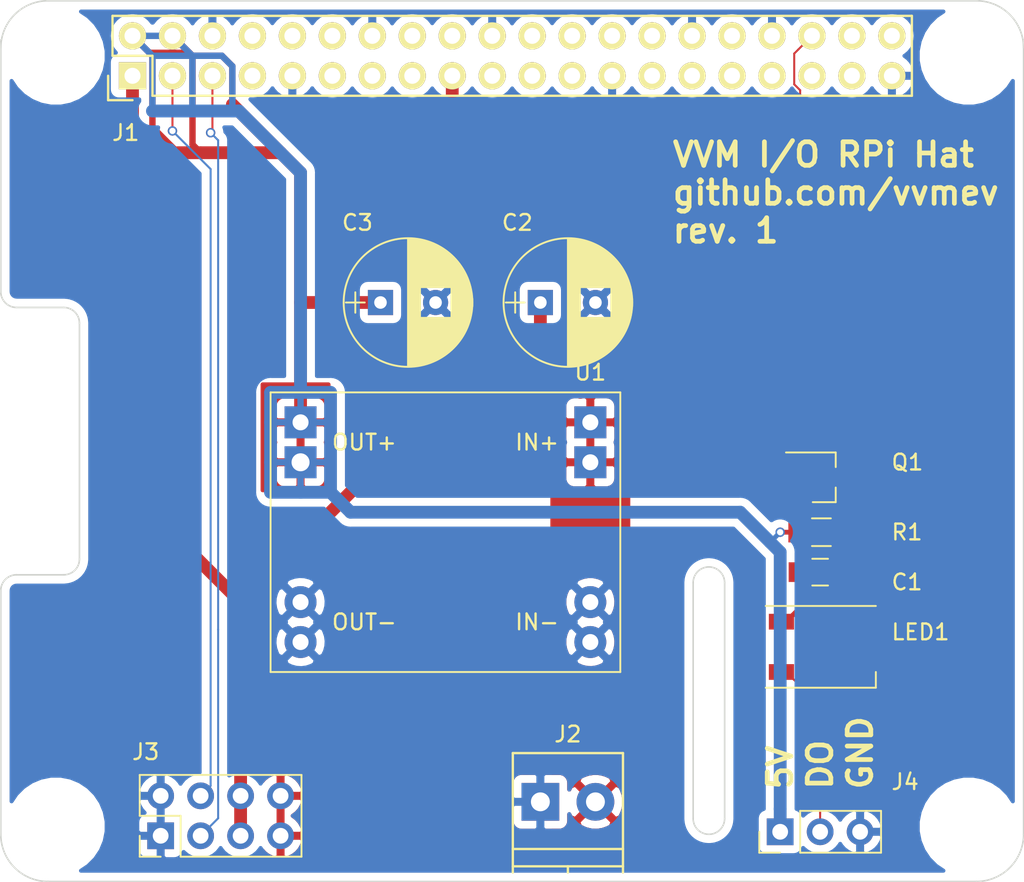
<source format=kicad_pcb>
(kicad_pcb (version 20171130) (host pcbnew "(5.1.2-1)-1")

  (general
    (thickness 1.6)
    (drawings 24)
    (tracks 114)
    (zones 0)
    (modules 15)
    (nets 35)
  )

  (page A4)
  (layers
    (0 F.Cu signal)
    (31 B.Cu signal)
    (32 B.Adhes user hide)
    (33 F.Adhes user hide)
    (34 B.Paste user)
    (35 F.Paste user)
    (36 B.SilkS user)
    (37 F.SilkS user)
    (38 B.Mask user)
    (39 F.Mask user)
    (40 Dwgs.User user)
    (41 Cmts.User user)
    (42 Eco1.User user)
    (43 Eco2.User user)
    (44 Edge.Cuts user)
    (45 Margin user)
    (46 B.CrtYd user)
    (47 F.CrtYd user)
    (48 B.Fab user)
    (49 F.Fab user)
  )

  (setup
    (last_trace_width 0.127)
    (user_trace_width 0.127)
    (user_trace_width 0.2032)
    (user_trace_width 0.3048)
    (user_trace_width 0.4064)
    (user_trace_width 0.8128)
    (trace_clearance 0.2)
    (zone_clearance 0.508)
    (zone_45_only no)
    (trace_min 0.127)
    (via_size 0.6)
    (via_drill 0.4)
    (via_min_size 0.4)
    (via_min_drill 0.3)
    (uvia_size 0.3)
    (uvia_drill 0.1)
    (uvias_allowed no)
    (uvia_min_size 0.2)
    (uvia_min_drill 0.1)
    (edge_width 0.1)
    (segment_width 0.2)
    (pcb_text_width 0.3)
    (pcb_text_size 1.5 1.5)
    (mod_edge_width 0.15)
    (mod_text_size 1 1)
    (mod_text_width 0.15)
    (pad_size 2.75 2.75)
    (pad_drill 2.75)
    (pad_to_mask_clearance 0)
    (aux_axis_origin 0 0)
    (visible_elements 7FFEFFFF)
    (pcbplotparams
      (layerselection 0x010f0_ffffffff)
      (usegerberextensions false)
      (usegerberattributes false)
      (usegerberadvancedattributes false)
      (creategerberjobfile false)
      (excludeedgelayer true)
      (linewidth 0.100000)
      (plotframeref false)
      (viasonmask false)
      (mode 1)
      (useauxorigin false)
      (hpglpennumber 1)
      (hpglpenspeed 20)
      (hpglpendiameter 15.000000)
      (psnegative false)
      (psa4output false)
      (plotreference true)
      (plotvalue true)
      (plotinvisibletext false)
      (padsonsilk false)
      (subtractmaskfromsilk false)
      (outputformat 1)
      (mirror false)
      (drillshape 0)
      (scaleselection 1)
      (outputdirectory "meta/"))
  )

  (net 0 "")
  (net 1 +3V3)
  (net 2 +5V)
  (net 3 /RPi_GPIO/SDA)
  (net 4 /RPi_GPIO/SCL)
  (net 5 GND)
  (net 6 "Net-(J1-Pad7)")
  (net 7 "Net-(J1-Pad8)")
  (net 8 "Net-(J1-Pad10)")
  (net 9 "Net-(J1-Pad11)")
  (net 10 "Net-(J1-Pad12)")
  (net 11 "Net-(J1-Pad13)")
  (net 12 "Net-(J1-Pad15)")
  (net 13 "Net-(J1-Pad16)")
  (net 14 "Net-(J1-Pad18)")
  (net 15 "Net-(J1-Pad19)")
  (net 16 "Net-(J1-Pad21)")
  (net 17 "Net-(J1-Pad22)")
  (net 18 "Net-(J1-Pad23)")
  (net 19 "Net-(J1-Pad24)")
  (net 20 "Net-(J1-Pad26)")
  (net 21 "Net-(J1-Pad27)")
  (net 22 "Net-(J1-Pad28)")
  (net 23 "Net-(J1-Pad29)")
  (net 24 "Net-(J1-Pad31)")
  (net 25 "Net-(J1-Pad32)")
  (net 26 "Net-(J1-Pad33)")
  (net 27 "Net-(J1-Pad35)")
  (net 28 "Net-(J1-Pad37)")
  (net 29 "Net-(J1-Pad38)")
  (net 30 "Net-(J1-Pad40)")
  (net 31 +12V)
  (net 32 /RPi_GPIO/PWM0)
  (net 33 /RPi_GPIO/LED_DOUT)
  (net 34 /RPi_GPIO/LED_DIN)

  (net_class Default "This is the default net class."
    (clearance 0.2)
    (trace_width 0.127)
    (via_dia 0.6)
    (via_drill 0.4)
    (uvia_dia 0.3)
    (uvia_drill 0.1)
    (add_net +12V)
    (add_net +3V3)
    (add_net +5V)
    (add_net /RPi_GPIO/LED_DIN)
    (add_net /RPi_GPIO/LED_DOUT)
    (add_net /RPi_GPIO/PWM0)
    (add_net /RPi_GPIO/SCL)
    (add_net /RPi_GPIO/SDA)
    (add_net GND)
    (add_net "Net-(J1-Pad10)")
    (add_net "Net-(J1-Pad11)")
    (add_net "Net-(J1-Pad12)")
    (add_net "Net-(J1-Pad13)")
    (add_net "Net-(J1-Pad15)")
    (add_net "Net-(J1-Pad16)")
    (add_net "Net-(J1-Pad18)")
    (add_net "Net-(J1-Pad19)")
    (add_net "Net-(J1-Pad21)")
    (add_net "Net-(J1-Pad22)")
    (add_net "Net-(J1-Pad23)")
    (add_net "Net-(J1-Pad24)")
    (add_net "Net-(J1-Pad26)")
    (add_net "Net-(J1-Pad27)")
    (add_net "Net-(J1-Pad28)")
    (add_net "Net-(J1-Pad29)")
    (add_net "Net-(J1-Pad31)")
    (add_net "Net-(J1-Pad32)")
    (add_net "Net-(J1-Pad33)")
    (add_net "Net-(J1-Pad35)")
    (add_net "Net-(J1-Pad37)")
    (add_net "Net-(J1-Pad38)")
    (add_net "Net-(J1-Pad40)")
    (add_net "Net-(J1-Pad7)")
    (add_net "Net-(J1-Pad8)")
  )

  (module Capacitors_THT:CP_Radial_D8.0mm_P3.50mm (layer F.Cu) (tedit 597BC7C2) (tstamp 5CCF084A)
    (at 24.13 19.685)
    (descr "CP, Radial series, Radial, pin pitch=3.50mm, , diameter=8mm, Electrolytic Capacitor")
    (tags "CP Radial series Radial pin pitch 3.50mm  diameter 8mm Electrolytic Capacitor")
    (path /5515D395/5CDA6BA0)
    (fp_text reference C3 (at -2.54 -5.08) (layer F.SilkS)
      (effects (font (size 1 1) (thickness 0.15)) (justify left))
    )
    (fp_text value 100u (at 6.35 -5.08) (layer F.Fab)
      (effects (font (size 1 1) (thickness 0.15)) (justify right))
    )
    (fp_circle (center 1.75 0) (end 5.75 0) (layer F.Fab) (width 0.1))
    (fp_circle (center 1.75 0) (end 5.84 0) (layer F.SilkS) (width 0.12))
    (fp_line (start -2.2 0) (end -1 0) (layer F.Fab) (width 0.1))
    (fp_line (start -1.6 -0.65) (end -1.6 0.65) (layer F.Fab) (width 0.1))
    (fp_line (start 1.75 -4.05) (end 1.75 4.05) (layer F.SilkS) (width 0.12))
    (fp_line (start 1.79 -4.05) (end 1.79 4.05) (layer F.SilkS) (width 0.12))
    (fp_line (start 1.83 -4.05) (end 1.83 4.05) (layer F.SilkS) (width 0.12))
    (fp_line (start 1.87 -4.049) (end 1.87 4.049) (layer F.SilkS) (width 0.12))
    (fp_line (start 1.91 -4.047) (end 1.91 4.047) (layer F.SilkS) (width 0.12))
    (fp_line (start 1.95 -4.046) (end 1.95 4.046) (layer F.SilkS) (width 0.12))
    (fp_line (start 1.99 -4.043) (end 1.99 4.043) (layer F.SilkS) (width 0.12))
    (fp_line (start 2.03 -4.041) (end 2.03 4.041) (layer F.SilkS) (width 0.12))
    (fp_line (start 2.07 -4.038) (end 2.07 4.038) (layer F.SilkS) (width 0.12))
    (fp_line (start 2.11 -4.035) (end 2.11 4.035) (layer F.SilkS) (width 0.12))
    (fp_line (start 2.15 -4.031) (end 2.15 4.031) (layer F.SilkS) (width 0.12))
    (fp_line (start 2.19 -4.027) (end 2.19 4.027) (layer F.SilkS) (width 0.12))
    (fp_line (start 2.23 -4.022) (end 2.23 4.022) (layer F.SilkS) (width 0.12))
    (fp_line (start 2.27 -4.017) (end 2.27 4.017) (layer F.SilkS) (width 0.12))
    (fp_line (start 2.31 -4.012) (end 2.31 4.012) (layer F.SilkS) (width 0.12))
    (fp_line (start 2.35 -4.006) (end 2.35 4.006) (layer F.SilkS) (width 0.12))
    (fp_line (start 2.39 -4) (end 2.39 4) (layer F.SilkS) (width 0.12))
    (fp_line (start 2.43 -3.994) (end 2.43 3.994) (layer F.SilkS) (width 0.12))
    (fp_line (start 2.471 -3.987) (end 2.471 3.987) (layer F.SilkS) (width 0.12))
    (fp_line (start 2.511 -3.979) (end 2.511 3.979) (layer F.SilkS) (width 0.12))
    (fp_line (start 2.551 -3.971) (end 2.551 -0.98) (layer F.SilkS) (width 0.12))
    (fp_line (start 2.551 0.98) (end 2.551 3.971) (layer F.SilkS) (width 0.12))
    (fp_line (start 2.591 -3.963) (end 2.591 -0.98) (layer F.SilkS) (width 0.12))
    (fp_line (start 2.591 0.98) (end 2.591 3.963) (layer F.SilkS) (width 0.12))
    (fp_line (start 2.631 -3.955) (end 2.631 -0.98) (layer F.SilkS) (width 0.12))
    (fp_line (start 2.631 0.98) (end 2.631 3.955) (layer F.SilkS) (width 0.12))
    (fp_line (start 2.671 -3.946) (end 2.671 -0.98) (layer F.SilkS) (width 0.12))
    (fp_line (start 2.671 0.98) (end 2.671 3.946) (layer F.SilkS) (width 0.12))
    (fp_line (start 2.711 -3.936) (end 2.711 -0.98) (layer F.SilkS) (width 0.12))
    (fp_line (start 2.711 0.98) (end 2.711 3.936) (layer F.SilkS) (width 0.12))
    (fp_line (start 2.751 -3.926) (end 2.751 -0.98) (layer F.SilkS) (width 0.12))
    (fp_line (start 2.751 0.98) (end 2.751 3.926) (layer F.SilkS) (width 0.12))
    (fp_line (start 2.791 -3.916) (end 2.791 -0.98) (layer F.SilkS) (width 0.12))
    (fp_line (start 2.791 0.98) (end 2.791 3.916) (layer F.SilkS) (width 0.12))
    (fp_line (start 2.831 -3.905) (end 2.831 -0.98) (layer F.SilkS) (width 0.12))
    (fp_line (start 2.831 0.98) (end 2.831 3.905) (layer F.SilkS) (width 0.12))
    (fp_line (start 2.871 -3.894) (end 2.871 -0.98) (layer F.SilkS) (width 0.12))
    (fp_line (start 2.871 0.98) (end 2.871 3.894) (layer F.SilkS) (width 0.12))
    (fp_line (start 2.911 -3.883) (end 2.911 -0.98) (layer F.SilkS) (width 0.12))
    (fp_line (start 2.911 0.98) (end 2.911 3.883) (layer F.SilkS) (width 0.12))
    (fp_line (start 2.951 -3.87) (end 2.951 -0.98) (layer F.SilkS) (width 0.12))
    (fp_line (start 2.951 0.98) (end 2.951 3.87) (layer F.SilkS) (width 0.12))
    (fp_line (start 2.991 -3.858) (end 2.991 -0.98) (layer F.SilkS) (width 0.12))
    (fp_line (start 2.991 0.98) (end 2.991 3.858) (layer F.SilkS) (width 0.12))
    (fp_line (start 3.031 -3.845) (end 3.031 -0.98) (layer F.SilkS) (width 0.12))
    (fp_line (start 3.031 0.98) (end 3.031 3.845) (layer F.SilkS) (width 0.12))
    (fp_line (start 3.071 -3.832) (end 3.071 -0.98) (layer F.SilkS) (width 0.12))
    (fp_line (start 3.071 0.98) (end 3.071 3.832) (layer F.SilkS) (width 0.12))
    (fp_line (start 3.111 -3.818) (end 3.111 -0.98) (layer F.SilkS) (width 0.12))
    (fp_line (start 3.111 0.98) (end 3.111 3.818) (layer F.SilkS) (width 0.12))
    (fp_line (start 3.151 -3.803) (end 3.151 -0.98) (layer F.SilkS) (width 0.12))
    (fp_line (start 3.151 0.98) (end 3.151 3.803) (layer F.SilkS) (width 0.12))
    (fp_line (start 3.191 -3.789) (end 3.191 -0.98) (layer F.SilkS) (width 0.12))
    (fp_line (start 3.191 0.98) (end 3.191 3.789) (layer F.SilkS) (width 0.12))
    (fp_line (start 3.231 -3.773) (end 3.231 -0.98) (layer F.SilkS) (width 0.12))
    (fp_line (start 3.231 0.98) (end 3.231 3.773) (layer F.SilkS) (width 0.12))
    (fp_line (start 3.271 -3.758) (end 3.271 -0.98) (layer F.SilkS) (width 0.12))
    (fp_line (start 3.271 0.98) (end 3.271 3.758) (layer F.SilkS) (width 0.12))
    (fp_line (start 3.311 -3.741) (end 3.311 -0.98) (layer F.SilkS) (width 0.12))
    (fp_line (start 3.311 0.98) (end 3.311 3.741) (layer F.SilkS) (width 0.12))
    (fp_line (start 3.351 -3.725) (end 3.351 -0.98) (layer F.SilkS) (width 0.12))
    (fp_line (start 3.351 0.98) (end 3.351 3.725) (layer F.SilkS) (width 0.12))
    (fp_line (start 3.391 -3.707) (end 3.391 -0.98) (layer F.SilkS) (width 0.12))
    (fp_line (start 3.391 0.98) (end 3.391 3.707) (layer F.SilkS) (width 0.12))
    (fp_line (start 3.431 -3.69) (end 3.431 -0.98) (layer F.SilkS) (width 0.12))
    (fp_line (start 3.431 0.98) (end 3.431 3.69) (layer F.SilkS) (width 0.12))
    (fp_line (start 3.471 -3.671) (end 3.471 -0.98) (layer F.SilkS) (width 0.12))
    (fp_line (start 3.471 0.98) (end 3.471 3.671) (layer F.SilkS) (width 0.12))
    (fp_line (start 3.511 -3.652) (end 3.511 -0.98) (layer F.SilkS) (width 0.12))
    (fp_line (start 3.511 0.98) (end 3.511 3.652) (layer F.SilkS) (width 0.12))
    (fp_line (start 3.551 -3.633) (end 3.551 -0.98) (layer F.SilkS) (width 0.12))
    (fp_line (start 3.551 0.98) (end 3.551 3.633) (layer F.SilkS) (width 0.12))
    (fp_line (start 3.591 -3.613) (end 3.591 -0.98) (layer F.SilkS) (width 0.12))
    (fp_line (start 3.591 0.98) (end 3.591 3.613) (layer F.SilkS) (width 0.12))
    (fp_line (start 3.631 -3.593) (end 3.631 -0.98) (layer F.SilkS) (width 0.12))
    (fp_line (start 3.631 0.98) (end 3.631 3.593) (layer F.SilkS) (width 0.12))
    (fp_line (start 3.671 -3.572) (end 3.671 -0.98) (layer F.SilkS) (width 0.12))
    (fp_line (start 3.671 0.98) (end 3.671 3.572) (layer F.SilkS) (width 0.12))
    (fp_line (start 3.711 -3.55) (end 3.711 -0.98) (layer F.SilkS) (width 0.12))
    (fp_line (start 3.711 0.98) (end 3.711 3.55) (layer F.SilkS) (width 0.12))
    (fp_line (start 3.751 -3.528) (end 3.751 -0.98) (layer F.SilkS) (width 0.12))
    (fp_line (start 3.751 0.98) (end 3.751 3.528) (layer F.SilkS) (width 0.12))
    (fp_line (start 3.791 -3.505) (end 3.791 -0.98) (layer F.SilkS) (width 0.12))
    (fp_line (start 3.791 0.98) (end 3.791 3.505) (layer F.SilkS) (width 0.12))
    (fp_line (start 3.831 -3.482) (end 3.831 -0.98) (layer F.SilkS) (width 0.12))
    (fp_line (start 3.831 0.98) (end 3.831 3.482) (layer F.SilkS) (width 0.12))
    (fp_line (start 3.871 -3.458) (end 3.871 -0.98) (layer F.SilkS) (width 0.12))
    (fp_line (start 3.871 0.98) (end 3.871 3.458) (layer F.SilkS) (width 0.12))
    (fp_line (start 3.911 -3.434) (end 3.911 -0.98) (layer F.SilkS) (width 0.12))
    (fp_line (start 3.911 0.98) (end 3.911 3.434) (layer F.SilkS) (width 0.12))
    (fp_line (start 3.951 -3.408) (end 3.951 -0.98) (layer F.SilkS) (width 0.12))
    (fp_line (start 3.951 0.98) (end 3.951 3.408) (layer F.SilkS) (width 0.12))
    (fp_line (start 3.991 -3.383) (end 3.991 -0.98) (layer F.SilkS) (width 0.12))
    (fp_line (start 3.991 0.98) (end 3.991 3.383) (layer F.SilkS) (width 0.12))
    (fp_line (start 4.031 -3.356) (end 4.031 -0.98) (layer F.SilkS) (width 0.12))
    (fp_line (start 4.031 0.98) (end 4.031 3.356) (layer F.SilkS) (width 0.12))
    (fp_line (start 4.071 -3.329) (end 4.071 -0.98) (layer F.SilkS) (width 0.12))
    (fp_line (start 4.071 0.98) (end 4.071 3.329) (layer F.SilkS) (width 0.12))
    (fp_line (start 4.111 -3.301) (end 4.111 -0.98) (layer F.SilkS) (width 0.12))
    (fp_line (start 4.111 0.98) (end 4.111 3.301) (layer F.SilkS) (width 0.12))
    (fp_line (start 4.151 -3.272) (end 4.151 -0.98) (layer F.SilkS) (width 0.12))
    (fp_line (start 4.151 0.98) (end 4.151 3.272) (layer F.SilkS) (width 0.12))
    (fp_line (start 4.191 -3.243) (end 4.191 -0.98) (layer F.SilkS) (width 0.12))
    (fp_line (start 4.191 0.98) (end 4.191 3.243) (layer F.SilkS) (width 0.12))
    (fp_line (start 4.231 -3.213) (end 4.231 -0.98) (layer F.SilkS) (width 0.12))
    (fp_line (start 4.231 0.98) (end 4.231 3.213) (layer F.SilkS) (width 0.12))
    (fp_line (start 4.271 -3.182) (end 4.271 -0.98) (layer F.SilkS) (width 0.12))
    (fp_line (start 4.271 0.98) (end 4.271 3.182) (layer F.SilkS) (width 0.12))
    (fp_line (start 4.311 -3.15) (end 4.311 -0.98) (layer F.SilkS) (width 0.12))
    (fp_line (start 4.311 0.98) (end 4.311 3.15) (layer F.SilkS) (width 0.12))
    (fp_line (start 4.351 -3.118) (end 4.351 -0.98) (layer F.SilkS) (width 0.12))
    (fp_line (start 4.351 0.98) (end 4.351 3.118) (layer F.SilkS) (width 0.12))
    (fp_line (start 4.391 -3.084) (end 4.391 -0.98) (layer F.SilkS) (width 0.12))
    (fp_line (start 4.391 0.98) (end 4.391 3.084) (layer F.SilkS) (width 0.12))
    (fp_line (start 4.431 -3.05) (end 4.431 -0.98) (layer F.SilkS) (width 0.12))
    (fp_line (start 4.431 0.98) (end 4.431 3.05) (layer F.SilkS) (width 0.12))
    (fp_line (start 4.471 -3.015) (end 4.471 -0.98) (layer F.SilkS) (width 0.12))
    (fp_line (start 4.471 0.98) (end 4.471 3.015) (layer F.SilkS) (width 0.12))
    (fp_line (start 4.511 -2.979) (end 4.511 2.979) (layer F.SilkS) (width 0.12))
    (fp_line (start 4.551 -2.942) (end 4.551 2.942) (layer F.SilkS) (width 0.12))
    (fp_line (start 4.591 -2.904) (end 4.591 2.904) (layer F.SilkS) (width 0.12))
    (fp_line (start 4.631 -2.865) (end 4.631 2.865) (layer F.SilkS) (width 0.12))
    (fp_line (start 4.671 -2.824) (end 4.671 2.824) (layer F.SilkS) (width 0.12))
    (fp_line (start 4.711 -2.783) (end 4.711 2.783) (layer F.SilkS) (width 0.12))
    (fp_line (start 4.751 -2.74) (end 4.751 2.74) (layer F.SilkS) (width 0.12))
    (fp_line (start 4.791 -2.697) (end 4.791 2.697) (layer F.SilkS) (width 0.12))
    (fp_line (start 4.831 -2.652) (end 4.831 2.652) (layer F.SilkS) (width 0.12))
    (fp_line (start 4.871 -2.605) (end 4.871 2.605) (layer F.SilkS) (width 0.12))
    (fp_line (start 4.911 -2.557) (end 4.911 2.557) (layer F.SilkS) (width 0.12))
    (fp_line (start 4.951 -2.508) (end 4.951 2.508) (layer F.SilkS) (width 0.12))
    (fp_line (start 4.991 -2.457) (end 4.991 2.457) (layer F.SilkS) (width 0.12))
    (fp_line (start 5.031 -2.404) (end 5.031 2.404) (layer F.SilkS) (width 0.12))
    (fp_line (start 5.071 -2.349) (end 5.071 2.349) (layer F.SilkS) (width 0.12))
    (fp_line (start 5.111 -2.293) (end 5.111 2.293) (layer F.SilkS) (width 0.12))
    (fp_line (start 5.151 -2.234) (end 5.151 2.234) (layer F.SilkS) (width 0.12))
    (fp_line (start 5.191 -2.173) (end 5.191 2.173) (layer F.SilkS) (width 0.12))
    (fp_line (start 5.231 -2.109) (end 5.231 2.109) (layer F.SilkS) (width 0.12))
    (fp_line (start 5.271 -2.043) (end 5.271 2.043) (layer F.SilkS) (width 0.12))
    (fp_line (start 5.311 -1.974) (end 5.311 1.974) (layer F.SilkS) (width 0.12))
    (fp_line (start 5.351 -1.902) (end 5.351 1.902) (layer F.SilkS) (width 0.12))
    (fp_line (start 5.391 -1.826) (end 5.391 1.826) (layer F.SilkS) (width 0.12))
    (fp_line (start 5.431 -1.745) (end 5.431 1.745) (layer F.SilkS) (width 0.12))
    (fp_line (start 5.471 -1.66) (end 5.471 1.66) (layer F.SilkS) (width 0.12))
    (fp_line (start 5.511 -1.57) (end 5.511 1.57) (layer F.SilkS) (width 0.12))
    (fp_line (start 5.551 -1.473) (end 5.551 1.473) (layer F.SilkS) (width 0.12))
    (fp_line (start 5.591 -1.369) (end 5.591 1.369) (layer F.SilkS) (width 0.12))
    (fp_line (start 5.631 -1.254) (end 5.631 1.254) (layer F.SilkS) (width 0.12))
    (fp_line (start 5.671 -1.127) (end 5.671 1.127) (layer F.SilkS) (width 0.12))
    (fp_line (start 5.711 -0.983) (end 5.711 0.983) (layer F.SilkS) (width 0.12))
    (fp_line (start 5.751 -0.814) (end 5.751 0.814) (layer F.SilkS) (width 0.12))
    (fp_line (start 5.791 -0.598) (end 5.791 0.598) (layer F.SilkS) (width 0.12))
    (fp_line (start 5.831 -0.246) (end 5.831 0.246) (layer F.SilkS) (width 0.12))
    (fp_line (start -2.2 0) (end -1 0) (layer F.SilkS) (width 0.12))
    (fp_line (start -1.6 -0.65) (end -1.6 0.65) (layer F.SilkS) (width 0.12))
    (fp_line (start -2.6 -4.35) (end -2.6 4.35) (layer F.CrtYd) (width 0.05))
    (fp_line (start -2.6 4.35) (end 6.1 4.35) (layer F.CrtYd) (width 0.05))
    (fp_line (start 6.1 4.35) (end 6.1 -4.35) (layer F.CrtYd) (width 0.05))
    (fp_line (start 6.1 -4.35) (end -2.6 -4.35) (layer F.CrtYd) (width 0.05))
    (fp_text user %R (at 1.75 0) (layer F.Fab)
      (effects (font (size 1 1) (thickness 0.15)))
    )
    (pad 1 thru_hole rect (at 0 0) (size 1.6 1.6) (drill 0.8) (layers *.Cu *.Mask)
      (net 2 +5V))
    (pad 2 thru_hole circle (at 3.5 0) (size 1.6 1.6) (drill 0.8) (layers *.Cu *.Mask)
      (net 5 GND))
    (model ${KISYS3DMOD}/Capacitors_THT.3dshapes/CP_Radial_D8.0mm_P3.50mm.wrl
      (at (xyz 0 0 0))
      (scale (xyz 1 1 1))
      (rotate (xyz 0 0 0))
    )
  )

  (module Capacitors_THT:CP_Radial_D8.0mm_P3.50mm (layer F.Cu) (tedit 597BC7C2) (tstamp 5CCEFA58)
    (at 34.29 19.685)
    (descr "CP, Radial series, Radial, pin pitch=3.50mm, , diameter=8mm, Electrolytic Capacitor")
    (tags "CP Radial series Radial pin pitch 3.50mm  diameter 8mm Electrolytic Capacitor")
    (path /5515D395/5CDA7535)
    (fp_text reference C2 (at -2.54 -5.08) (layer F.SilkS)
      (effects (font (size 1 1) (thickness 0.15)) (justify left))
    )
    (fp_text value 100u (at 5.715 -5.08) (layer F.Fab)
      (effects (font (size 1 1) (thickness 0.15)) (justify right))
    )
    (fp_circle (center 1.75 0) (end 5.75 0) (layer F.Fab) (width 0.1))
    (fp_circle (center 1.75 0) (end 5.84 0) (layer F.SilkS) (width 0.12))
    (fp_line (start -2.2 0) (end -1 0) (layer F.Fab) (width 0.1))
    (fp_line (start -1.6 -0.65) (end -1.6 0.65) (layer F.Fab) (width 0.1))
    (fp_line (start 1.75 -4.05) (end 1.75 4.05) (layer F.SilkS) (width 0.12))
    (fp_line (start 1.79 -4.05) (end 1.79 4.05) (layer F.SilkS) (width 0.12))
    (fp_line (start 1.83 -4.05) (end 1.83 4.05) (layer F.SilkS) (width 0.12))
    (fp_line (start 1.87 -4.049) (end 1.87 4.049) (layer F.SilkS) (width 0.12))
    (fp_line (start 1.91 -4.047) (end 1.91 4.047) (layer F.SilkS) (width 0.12))
    (fp_line (start 1.95 -4.046) (end 1.95 4.046) (layer F.SilkS) (width 0.12))
    (fp_line (start 1.99 -4.043) (end 1.99 4.043) (layer F.SilkS) (width 0.12))
    (fp_line (start 2.03 -4.041) (end 2.03 4.041) (layer F.SilkS) (width 0.12))
    (fp_line (start 2.07 -4.038) (end 2.07 4.038) (layer F.SilkS) (width 0.12))
    (fp_line (start 2.11 -4.035) (end 2.11 4.035) (layer F.SilkS) (width 0.12))
    (fp_line (start 2.15 -4.031) (end 2.15 4.031) (layer F.SilkS) (width 0.12))
    (fp_line (start 2.19 -4.027) (end 2.19 4.027) (layer F.SilkS) (width 0.12))
    (fp_line (start 2.23 -4.022) (end 2.23 4.022) (layer F.SilkS) (width 0.12))
    (fp_line (start 2.27 -4.017) (end 2.27 4.017) (layer F.SilkS) (width 0.12))
    (fp_line (start 2.31 -4.012) (end 2.31 4.012) (layer F.SilkS) (width 0.12))
    (fp_line (start 2.35 -4.006) (end 2.35 4.006) (layer F.SilkS) (width 0.12))
    (fp_line (start 2.39 -4) (end 2.39 4) (layer F.SilkS) (width 0.12))
    (fp_line (start 2.43 -3.994) (end 2.43 3.994) (layer F.SilkS) (width 0.12))
    (fp_line (start 2.471 -3.987) (end 2.471 3.987) (layer F.SilkS) (width 0.12))
    (fp_line (start 2.511 -3.979) (end 2.511 3.979) (layer F.SilkS) (width 0.12))
    (fp_line (start 2.551 -3.971) (end 2.551 -0.98) (layer F.SilkS) (width 0.12))
    (fp_line (start 2.551 0.98) (end 2.551 3.971) (layer F.SilkS) (width 0.12))
    (fp_line (start 2.591 -3.963) (end 2.591 -0.98) (layer F.SilkS) (width 0.12))
    (fp_line (start 2.591 0.98) (end 2.591 3.963) (layer F.SilkS) (width 0.12))
    (fp_line (start 2.631 -3.955) (end 2.631 -0.98) (layer F.SilkS) (width 0.12))
    (fp_line (start 2.631 0.98) (end 2.631 3.955) (layer F.SilkS) (width 0.12))
    (fp_line (start 2.671 -3.946) (end 2.671 -0.98) (layer F.SilkS) (width 0.12))
    (fp_line (start 2.671 0.98) (end 2.671 3.946) (layer F.SilkS) (width 0.12))
    (fp_line (start 2.711 -3.936) (end 2.711 -0.98) (layer F.SilkS) (width 0.12))
    (fp_line (start 2.711 0.98) (end 2.711 3.936) (layer F.SilkS) (width 0.12))
    (fp_line (start 2.751 -3.926) (end 2.751 -0.98) (layer F.SilkS) (width 0.12))
    (fp_line (start 2.751 0.98) (end 2.751 3.926) (layer F.SilkS) (width 0.12))
    (fp_line (start 2.791 -3.916) (end 2.791 -0.98) (layer F.SilkS) (width 0.12))
    (fp_line (start 2.791 0.98) (end 2.791 3.916) (layer F.SilkS) (width 0.12))
    (fp_line (start 2.831 -3.905) (end 2.831 -0.98) (layer F.SilkS) (width 0.12))
    (fp_line (start 2.831 0.98) (end 2.831 3.905) (layer F.SilkS) (width 0.12))
    (fp_line (start 2.871 -3.894) (end 2.871 -0.98) (layer F.SilkS) (width 0.12))
    (fp_line (start 2.871 0.98) (end 2.871 3.894) (layer F.SilkS) (width 0.12))
    (fp_line (start 2.911 -3.883) (end 2.911 -0.98) (layer F.SilkS) (width 0.12))
    (fp_line (start 2.911 0.98) (end 2.911 3.883) (layer F.SilkS) (width 0.12))
    (fp_line (start 2.951 -3.87) (end 2.951 -0.98) (layer F.SilkS) (width 0.12))
    (fp_line (start 2.951 0.98) (end 2.951 3.87) (layer F.SilkS) (width 0.12))
    (fp_line (start 2.991 -3.858) (end 2.991 -0.98) (layer F.SilkS) (width 0.12))
    (fp_line (start 2.991 0.98) (end 2.991 3.858) (layer F.SilkS) (width 0.12))
    (fp_line (start 3.031 -3.845) (end 3.031 -0.98) (layer F.SilkS) (width 0.12))
    (fp_line (start 3.031 0.98) (end 3.031 3.845) (layer F.SilkS) (width 0.12))
    (fp_line (start 3.071 -3.832) (end 3.071 -0.98) (layer F.SilkS) (width 0.12))
    (fp_line (start 3.071 0.98) (end 3.071 3.832) (layer F.SilkS) (width 0.12))
    (fp_line (start 3.111 -3.818) (end 3.111 -0.98) (layer F.SilkS) (width 0.12))
    (fp_line (start 3.111 0.98) (end 3.111 3.818) (layer F.SilkS) (width 0.12))
    (fp_line (start 3.151 -3.803) (end 3.151 -0.98) (layer F.SilkS) (width 0.12))
    (fp_line (start 3.151 0.98) (end 3.151 3.803) (layer F.SilkS) (width 0.12))
    (fp_line (start 3.191 -3.789) (end 3.191 -0.98) (layer F.SilkS) (width 0.12))
    (fp_line (start 3.191 0.98) (end 3.191 3.789) (layer F.SilkS) (width 0.12))
    (fp_line (start 3.231 -3.773) (end 3.231 -0.98) (layer F.SilkS) (width 0.12))
    (fp_line (start 3.231 0.98) (end 3.231 3.773) (layer F.SilkS) (width 0.12))
    (fp_line (start 3.271 -3.758) (end 3.271 -0.98) (layer F.SilkS) (width 0.12))
    (fp_line (start 3.271 0.98) (end 3.271 3.758) (layer F.SilkS) (width 0.12))
    (fp_line (start 3.311 -3.741) (end 3.311 -0.98) (layer F.SilkS) (width 0.12))
    (fp_line (start 3.311 0.98) (end 3.311 3.741) (layer F.SilkS) (width 0.12))
    (fp_line (start 3.351 -3.725) (end 3.351 -0.98) (layer F.SilkS) (width 0.12))
    (fp_line (start 3.351 0.98) (end 3.351 3.725) (layer F.SilkS) (width 0.12))
    (fp_line (start 3.391 -3.707) (end 3.391 -0.98) (layer F.SilkS) (width 0.12))
    (fp_line (start 3.391 0.98) (end 3.391 3.707) (layer F.SilkS) (width 0.12))
    (fp_line (start 3.431 -3.69) (end 3.431 -0.98) (layer F.SilkS) (width 0.12))
    (fp_line (start 3.431 0.98) (end 3.431 3.69) (layer F.SilkS) (width 0.12))
    (fp_line (start 3.471 -3.671) (end 3.471 -0.98) (layer F.SilkS) (width 0.12))
    (fp_line (start 3.471 0.98) (end 3.471 3.671) (layer F.SilkS) (width 0.12))
    (fp_line (start 3.511 -3.652) (end 3.511 -0.98) (layer F.SilkS) (width 0.12))
    (fp_line (start 3.511 0.98) (end 3.511 3.652) (layer F.SilkS) (width 0.12))
    (fp_line (start 3.551 -3.633) (end 3.551 -0.98) (layer F.SilkS) (width 0.12))
    (fp_line (start 3.551 0.98) (end 3.551 3.633) (layer F.SilkS) (width 0.12))
    (fp_line (start 3.591 -3.613) (end 3.591 -0.98) (layer F.SilkS) (width 0.12))
    (fp_line (start 3.591 0.98) (end 3.591 3.613) (layer F.SilkS) (width 0.12))
    (fp_line (start 3.631 -3.593) (end 3.631 -0.98) (layer F.SilkS) (width 0.12))
    (fp_line (start 3.631 0.98) (end 3.631 3.593) (layer F.SilkS) (width 0.12))
    (fp_line (start 3.671 -3.572) (end 3.671 -0.98) (layer F.SilkS) (width 0.12))
    (fp_line (start 3.671 0.98) (end 3.671 3.572) (layer F.SilkS) (width 0.12))
    (fp_line (start 3.711 -3.55) (end 3.711 -0.98) (layer F.SilkS) (width 0.12))
    (fp_line (start 3.711 0.98) (end 3.711 3.55) (layer F.SilkS) (width 0.12))
    (fp_line (start 3.751 -3.528) (end 3.751 -0.98) (layer F.SilkS) (width 0.12))
    (fp_line (start 3.751 0.98) (end 3.751 3.528) (layer F.SilkS) (width 0.12))
    (fp_line (start 3.791 -3.505) (end 3.791 -0.98) (layer F.SilkS) (width 0.12))
    (fp_line (start 3.791 0.98) (end 3.791 3.505) (layer F.SilkS) (width 0.12))
    (fp_line (start 3.831 -3.482) (end 3.831 -0.98) (layer F.SilkS) (width 0.12))
    (fp_line (start 3.831 0.98) (end 3.831 3.482) (layer F.SilkS) (width 0.12))
    (fp_line (start 3.871 -3.458) (end 3.871 -0.98) (layer F.SilkS) (width 0.12))
    (fp_line (start 3.871 0.98) (end 3.871 3.458) (layer F.SilkS) (width 0.12))
    (fp_line (start 3.911 -3.434) (end 3.911 -0.98) (layer F.SilkS) (width 0.12))
    (fp_line (start 3.911 0.98) (end 3.911 3.434) (layer F.SilkS) (width 0.12))
    (fp_line (start 3.951 -3.408) (end 3.951 -0.98) (layer F.SilkS) (width 0.12))
    (fp_line (start 3.951 0.98) (end 3.951 3.408) (layer F.SilkS) (width 0.12))
    (fp_line (start 3.991 -3.383) (end 3.991 -0.98) (layer F.SilkS) (width 0.12))
    (fp_line (start 3.991 0.98) (end 3.991 3.383) (layer F.SilkS) (width 0.12))
    (fp_line (start 4.031 -3.356) (end 4.031 -0.98) (layer F.SilkS) (width 0.12))
    (fp_line (start 4.031 0.98) (end 4.031 3.356) (layer F.SilkS) (width 0.12))
    (fp_line (start 4.071 -3.329) (end 4.071 -0.98) (layer F.SilkS) (width 0.12))
    (fp_line (start 4.071 0.98) (end 4.071 3.329) (layer F.SilkS) (width 0.12))
    (fp_line (start 4.111 -3.301) (end 4.111 -0.98) (layer F.SilkS) (width 0.12))
    (fp_line (start 4.111 0.98) (end 4.111 3.301) (layer F.SilkS) (width 0.12))
    (fp_line (start 4.151 -3.272) (end 4.151 -0.98) (layer F.SilkS) (width 0.12))
    (fp_line (start 4.151 0.98) (end 4.151 3.272) (layer F.SilkS) (width 0.12))
    (fp_line (start 4.191 -3.243) (end 4.191 -0.98) (layer F.SilkS) (width 0.12))
    (fp_line (start 4.191 0.98) (end 4.191 3.243) (layer F.SilkS) (width 0.12))
    (fp_line (start 4.231 -3.213) (end 4.231 -0.98) (layer F.SilkS) (width 0.12))
    (fp_line (start 4.231 0.98) (end 4.231 3.213) (layer F.SilkS) (width 0.12))
    (fp_line (start 4.271 -3.182) (end 4.271 -0.98) (layer F.SilkS) (width 0.12))
    (fp_line (start 4.271 0.98) (end 4.271 3.182) (layer F.SilkS) (width 0.12))
    (fp_line (start 4.311 -3.15) (end 4.311 -0.98) (layer F.SilkS) (width 0.12))
    (fp_line (start 4.311 0.98) (end 4.311 3.15) (layer F.SilkS) (width 0.12))
    (fp_line (start 4.351 -3.118) (end 4.351 -0.98) (layer F.SilkS) (width 0.12))
    (fp_line (start 4.351 0.98) (end 4.351 3.118) (layer F.SilkS) (width 0.12))
    (fp_line (start 4.391 -3.084) (end 4.391 -0.98) (layer F.SilkS) (width 0.12))
    (fp_line (start 4.391 0.98) (end 4.391 3.084) (layer F.SilkS) (width 0.12))
    (fp_line (start 4.431 -3.05) (end 4.431 -0.98) (layer F.SilkS) (width 0.12))
    (fp_line (start 4.431 0.98) (end 4.431 3.05) (layer F.SilkS) (width 0.12))
    (fp_line (start 4.471 -3.015) (end 4.471 -0.98) (layer F.SilkS) (width 0.12))
    (fp_line (start 4.471 0.98) (end 4.471 3.015) (layer F.SilkS) (width 0.12))
    (fp_line (start 4.511 -2.979) (end 4.511 2.979) (layer F.SilkS) (width 0.12))
    (fp_line (start 4.551 -2.942) (end 4.551 2.942) (layer F.SilkS) (width 0.12))
    (fp_line (start 4.591 -2.904) (end 4.591 2.904) (layer F.SilkS) (width 0.12))
    (fp_line (start 4.631 -2.865) (end 4.631 2.865) (layer F.SilkS) (width 0.12))
    (fp_line (start 4.671 -2.824) (end 4.671 2.824) (layer F.SilkS) (width 0.12))
    (fp_line (start 4.711 -2.783) (end 4.711 2.783) (layer F.SilkS) (width 0.12))
    (fp_line (start 4.751 -2.74) (end 4.751 2.74) (layer F.SilkS) (width 0.12))
    (fp_line (start 4.791 -2.697) (end 4.791 2.697) (layer F.SilkS) (width 0.12))
    (fp_line (start 4.831 -2.652) (end 4.831 2.652) (layer F.SilkS) (width 0.12))
    (fp_line (start 4.871 -2.605) (end 4.871 2.605) (layer F.SilkS) (width 0.12))
    (fp_line (start 4.911 -2.557) (end 4.911 2.557) (layer F.SilkS) (width 0.12))
    (fp_line (start 4.951 -2.508) (end 4.951 2.508) (layer F.SilkS) (width 0.12))
    (fp_line (start 4.991 -2.457) (end 4.991 2.457) (layer F.SilkS) (width 0.12))
    (fp_line (start 5.031 -2.404) (end 5.031 2.404) (layer F.SilkS) (width 0.12))
    (fp_line (start 5.071 -2.349) (end 5.071 2.349) (layer F.SilkS) (width 0.12))
    (fp_line (start 5.111 -2.293) (end 5.111 2.293) (layer F.SilkS) (width 0.12))
    (fp_line (start 5.151 -2.234) (end 5.151 2.234) (layer F.SilkS) (width 0.12))
    (fp_line (start 5.191 -2.173) (end 5.191 2.173) (layer F.SilkS) (width 0.12))
    (fp_line (start 5.231 -2.109) (end 5.231 2.109) (layer F.SilkS) (width 0.12))
    (fp_line (start 5.271 -2.043) (end 5.271 2.043) (layer F.SilkS) (width 0.12))
    (fp_line (start 5.311 -1.974) (end 5.311 1.974) (layer F.SilkS) (width 0.12))
    (fp_line (start 5.351 -1.902) (end 5.351 1.902) (layer F.SilkS) (width 0.12))
    (fp_line (start 5.391 -1.826) (end 5.391 1.826) (layer F.SilkS) (width 0.12))
    (fp_line (start 5.431 -1.745) (end 5.431 1.745) (layer F.SilkS) (width 0.12))
    (fp_line (start 5.471 -1.66) (end 5.471 1.66) (layer F.SilkS) (width 0.12))
    (fp_line (start 5.511 -1.57) (end 5.511 1.57) (layer F.SilkS) (width 0.12))
    (fp_line (start 5.551 -1.473) (end 5.551 1.473) (layer F.SilkS) (width 0.12))
    (fp_line (start 5.591 -1.369) (end 5.591 1.369) (layer F.SilkS) (width 0.12))
    (fp_line (start 5.631 -1.254) (end 5.631 1.254) (layer F.SilkS) (width 0.12))
    (fp_line (start 5.671 -1.127) (end 5.671 1.127) (layer F.SilkS) (width 0.12))
    (fp_line (start 5.711 -0.983) (end 5.711 0.983) (layer F.SilkS) (width 0.12))
    (fp_line (start 5.751 -0.814) (end 5.751 0.814) (layer F.SilkS) (width 0.12))
    (fp_line (start 5.791 -0.598) (end 5.791 0.598) (layer F.SilkS) (width 0.12))
    (fp_line (start 5.831 -0.246) (end 5.831 0.246) (layer F.SilkS) (width 0.12))
    (fp_line (start -2.2 0) (end -1 0) (layer F.SilkS) (width 0.12))
    (fp_line (start -1.6 -0.65) (end -1.6 0.65) (layer F.SilkS) (width 0.12))
    (fp_line (start -2.6 -4.35) (end -2.6 4.35) (layer F.CrtYd) (width 0.05))
    (fp_line (start -2.6 4.35) (end 6.1 4.35) (layer F.CrtYd) (width 0.05))
    (fp_line (start 6.1 4.35) (end 6.1 -4.35) (layer F.CrtYd) (width 0.05))
    (fp_line (start 6.1 -4.35) (end -2.6 -4.35) (layer F.CrtYd) (width 0.05))
    (fp_text user %R (at 1.75 0) (layer F.Fab)
      (effects (font (size 1 1) (thickness 0.15)))
    )
    (pad 1 thru_hole rect (at 0 0) (size 1.6 1.6) (drill 0.8) (layers *.Cu *.Mask)
      (net 31 +12V))
    (pad 2 thru_hole circle (at 3.5 0) (size 1.6 1.6) (drill 0.8) (layers *.Cu *.Mask)
      (net 5 GND))
    (model ${KISYS3DMOD}/Capacitors_THT.3dshapes/CP_Radial_D8.0mm_P3.50mm.wrl
      (at (xyz 0 0 0))
      (scale (xyz 1 1 1))
      (rotate (xyz 0 0 0))
    )
  )

  (module TO_SOT_Packages_SMD:SOT-23_Handsoldering (layer F.Cu) (tedit 58CE4E7E) (tstamp 5CCEEB34)
    (at 52.3 30.8)
    (descr "SOT-23, Handsoldering")
    (tags SOT-23)
    (path /5515D395/5CD3E764)
    (attr smd)
    (fp_text reference Q1 (at 4.215 -0.955) (layer F.SilkS)
      (effects (font (size 1 1) (thickness 0.15)) (justify left))
    )
    (fp_text value Si2303DS (at 4.215 0.315) (layer F.Fab)
      (effects (font (size 1 1) (thickness 0.15)) (justify left))
    )
    (fp_text user %R (at 0 0 90) (layer F.Fab)
      (effects (font (size 0.5 0.5) (thickness 0.075)))
    )
    (fp_line (start 0.76 1.58) (end 0.76 0.65) (layer F.SilkS) (width 0.12))
    (fp_line (start 0.76 -1.58) (end 0.76 -0.65) (layer F.SilkS) (width 0.12))
    (fp_line (start -2.7 -1.75) (end 2.7 -1.75) (layer F.CrtYd) (width 0.05))
    (fp_line (start 2.7 -1.75) (end 2.7 1.75) (layer F.CrtYd) (width 0.05))
    (fp_line (start 2.7 1.75) (end -2.7 1.75) (layer F.CrtYd) (width 0.05))
    (fp_line (start -2.7 1.75) (end -2.7 -1.75) (layer F.CrtYd) (width 0.05))
    (fp_line (start 0.76 -1.58) (end -2.4 -1.58) (layer F.SilkS) (width 0.12))
    (fp_line (start -0.7 -0.95) (end -0.7 1.5) (layer F.Fab) (width 0.1))
    (fp_line (start -0.15 -1.52) (end 0.7 -1.52) (layer F.Fab) (width 0.1))
    (fp_line (start -0.7 -0.95) (end -0.15 -1.52) (layer F.Fab) (width 0.1))
    (fp_line (start 0.7 -1.52) (end 0.7 1.52) (layer F.Fab) (width 0.1))
    (fp_line (start -0.7 1.52) (end 0.7 1.52) (layer F.Fab) (width 0.1))
    (fp_line (start 0.76 1.58) (end -0.7 1.58) (layer F.SilkS) (width 0.12))
    (pad 1 smd rect (at -1.5 -0.95) (size 1.9 0.8) (layers F.Cu F.Paste F.Mask)
      (net 32 /RPi_GPIO/PWM0))
    (pad 2 smd rect (at -1.5 0.95) (size 1.9 0.8) (layers F.Cu F.Paste F.Mask)
      (net 5 GND))
    (pad 3 smd rect (at 1.5 0) (size 1.9 0.8) (layers F.Cu F.Paste F.Mask)
      (net 34 /RPi_GPIO/LED_DIN))
    (model ${KISYS3DMOD}/TO_SOT_Packages_SMD.3dshapes\SOT-23.wrl
      (at (xyz 0 0 0))
      (scale (xyz 1 1 1))
      (rotate (xyz 0 0 0))
    )
  )

  (module Capacitors_SMD:C_0805_HandSoldering (layer F.Cu) (tedit 58AA84A8) (tstamp 5CCEEF16)
    (at 52.07 36.83)
    (descr "Capacitor SMD 0805, hand soldering")
    (tags "capacitor 0805")
    (path /5515D395/5CD8402D)
    (attr smd)
    (fp_text reference C1 (at 4.445 0.635) (layer F.SilkS)
      (effects (font (size 1 1) (thickness 0.15)) (justify left))
    )
    (fp_text value 100n (at 9.525 0.635) (layer F.Fab)
      (effects (font (size 1 1) (thickness 0.15)))
    )
    (fp_line (start -1 0.62) (end -1 -0.62) (layer F.Fab) (width 0.1))
    (fp_line (start 1 0.62) (end -1 0.62) (layer F.Fab) (width 0.1))
    (fp_line (start 1 -0.62) (end 1 0.62) (layer F.Fab) (width 0.1))
    (fp_line (start -1 -0.62) (end 1 -0.62) (layer F.Fab) (width 0.1))
    (fp_line (start 0.5 -0.85) (end -0.5 -0.85) (layer F.SilkS) (width 0.12))
    (fp_line (start -0.5 0.85) (end 0.5 0.85) (layer F.SilkS) (width 0.12))
    (fp_line (start -2.25 -0.88) (end 2.25 -0.88) (layer F.CrtYd) (width 0.05))
    (fp_line (start -2.25 -0.88) (end -2.25 0.87) (layer F.CrtYd) (width 0.05))
    (fp_line (start 2.25 0.87) (end 2.25 -0.88) (layer F.CrtYd) (width 0.05))
    (fp_line (start 2.25 0.87) (end -2.25 0.87) (layer F.CrtYd) (width 0.05))
    (pad 1 smd rect (at -1.25 0) (size 1.5 1.25) (layers F.Cu F.Paste F.Mask)
      (net 2 +5V))
    (pad 2 smd rect (at 1.25 0) (size 1.5 1.25) (layers F.Cu F.Paste F.Mask)
      (net 5 GND))
    (model Capacitors_SMD.3dshapes/C_0805.wrl
      (at (xyz 0 0 0))
      (scale (xyz 1 1 1))
      (rotate (xyz 0 0 0))
    )
  )

  (module Resistors_SMD:R_0805_HandSoldering (layer F.Cu) (tedit 58E0A804) (tstamp 5CCEDE15)
    (at 52.15 34.29)
    (descr "Resistor SMD 0805, hand soldering")
    (tags "resistor 0805")
    (path /5515D395/5CD400D9)
    (attr smd)
    (fp_text reference R1 (at 4.365 0) (layer F.SilkS)
      (effects (font (size 1 1) (thickness 0.15)) (justify left))
    )
    (fp_text value 10k (at 7.54 0) (layer F.Fab)
      (effects (font (size 1 1) (thickness 0.15)) (justify left))
    )
    (fp_text user %R (at 0 0) (layer F.Fab)
      (effects (font (size 0.5 0.5) (thickness 0.075)))
    )
    (fp_line (start -1 0.62) (end -1 -0.62) (layer F.Fab) (width 0.1))
    (fp_line (start 1 0.62) (end -1 0.62) (layer F.Fab) (width 0.1))
    (fp_line (start 1 -0.62) (end 1 0.62) (layer F.Fab) (width 0.1))
    (fp_line (start -1 -0.62) (end 1 -0.62) (layer F.Fab) (width 0.1))
    (fp_line (start 0.6 0.88) (end -0.6 0.88) (layer F.SilkS) (width 0.12))
    (fp_line (start -0.6 -0.88) (end 0.6 -0.88) (layer F.SilkS) (width 0.12))
    (fp_line (start -2.35 -0.9) (end 2.35 -0.9) (layer F.CrtYd) (width 0.05))
    (fp_line (start -2.35 -0.9) (end -2.35 0.9) (layer F.CrtYd) (width 0.05))
    (fp_line (start 2.35 0.9) (end 2.35 -0.9) (layer F.CrtYd) (width 0.05))
    (fp_line (start 2.35 0.9) (end -2.35 0.9) (layer F.CrtYd) (width 0.05))
    (pad 1 smd rect (at -1.35 0) (size 1.5 1.3) (layers F.Cu F.Paste F.Mask)
      (net 2 +5V))
    (pad 2 smd rect (at 1.35 0) (size 1.5 1.3) (layers F.Cu F.Paste F.Mask)
      (net 34 /RPi_GPIO/LED_DIN))
    (model ${KISYS3DMOD}/Resistors_SMD.3dshapes/R_0805.wrl
      (at (xyz 0 0 0))
      (scale (xyz 1 1 1))
      (rotate (xyz 0 0 0))
    )
  )

  (module LEDs:LED_WS2812B-PLCC4 (layer F.Cu) (tedit 587A6D9E) (tstamp 5CCEDE12)
    (at 52.11 41.58)
    (descr http://www.world-semi.com/uploads/soft/150522/1-150522091P5.pdf)
    (tags "LED NeoPixel")
    (path /5515D395/5CD3DD50)
    (attr smd)
    (fp_text reference LED1 (at 4.405 -0.94) (layer F.SilkS)
      (effects (font (size 1 1) (thickness 0.15)) (justify left))
    )
    (fp_text value WS2812B (at 4.405 0.965) (layer F.Fab)
      (effects (font (size 1 1) (thickness 0.15)) (justify left))
    )
    (fp_line (start 3.75 -2.85) (end -3.75 -2.85) (layer F.CrtYd) (width 0.05))
    (fp_line (start 3.75 2.85) (end 3.75 -2.85) (layer F.CrtYd) (width 0.05))
    (fp_line (start -3.75 2.85) (end 3.75 2.85) (layer F.CrtYd) (width 0.05))
    (fp_line (start -3.75 -2.85) (end -3.75 2.85) (layer F.CrtYd) (width 0.05))
    (fp_line (start 2.5 1.5) (end 1.5 2.5) (layer F.Fab) (width 0.1))
    (fp_line (start -2.5 -2.5) (end -2.5 2.5) (layer F.Fab) (width 0.1))
    (fp_line (start -2.5 2.5) (end 2.5 2.5) (layer F.Fab) (width 0.1))
    (fp_line (start 2.5 2.5) (end 2.5 -2.5) (layer F.Fab) (width 0.1))
    (fp_line (start 2.5 -2.5) (end -2.5 -2.5) (layer F.Fab) (width 0.1))
    (fp_line (start -3.5 -2.6) (end 3.5 -2.6) (layer F.SilkS) (width 0.12))
    (fp_line (start -3.5 2.6) (end 3.5 2.6) (layer F.SilkS) (width 0.12))
    (fp_line (start 3.5 2.6) (end 3.5 1.6) (layer F.SilkS) (width 0.12))
    (fp_circle (center 0 0) (end 0 -2) (layer F.Fab) (width 0.1))
    (pad 3 smd rect (at 2.5 1.6) (size 1.6 1) (layers F.Cu F.Paste F.Mask)
      (net 5 GND))
    (pad 4 smd rect (at 2.5 -1.6) (size 1.6 1) (layers F.Cu F.Paste F.Mask)
      (net 34 /RPi_GPIO/LED_DIN))
    (pad 2 smd rect (at -2.5 1.6) (size 1.6 1) (layers F.Cu F.Paste F.Mask)
      (net 33 /RPi_GPIO/LED_DOUT))
    (pad 1 smd rect (at -2.5 -1.6) (size 1.6 1) (layers F.Cu F.Paste F.Mask)
      (net 2 +5V))
    (model ${KISYS3DMOD}/LEDs.3dshapes/LED_WS2812B-PLCC4.wrl
      (at (xyz 0 0 0))
      (scale (xyz 0.39 0.39 0.39))
      (rotate (xyz 0 0 180))
    )
  )

  (module Pin_Headers:Pin_Header_Straight_1x03_Pitch2.54mm (layer F.Cu) (tedit 59650532) (tstamp 5CCEDE0F)
    (at 49.53 53.34 90)
    (descr "Through hole straight pin header, 1x03, 2.54mm pitch, single row")
    (tags "Through hole pin header THT 1x03 2.54mm single row")
    (path /5515D395/5CD7233B)
    (fp_text reference J4 (at 3.175 6.985 180) (layer F.SilkS)
      (effects (font (size 1 1) (thickness 0.15)) (justify left))
    )
    (fp_text value Conn_01x03 (at -2.54 2.54 180) (layer F.Fab) hide
      (effects (font (size 1 1) (thickness 0.15)))
    )
    (fp_line (start -0.635 -1.27) (end 1.27 -1.27) (layer F.Fab) (width 0.1))
    (fp_line (start 1.27 -1.27) (end 1.27 6.35) (layer F.Fab) (width 0.1))
    (fp_line (start 1.27 6.35) (end -1.27 6.35) (layer F.Fab) (width 0.1))
    (fp_line (start -1.27 6.35) (end -1.27 -0.635) (layer F.Fab) (width 0.1))
    (fp_line (start -1.27 -0.635) (end -0.635 -1.27) (layer F.Fab) (width 0.1))
    (fp_line (start -1.33 6.41) (end 1.33 6.41) (layer F.SilkS) (width 0.12))
    (fp_line (start -1.33 1.27) (end -1.33 6.41) (layer F.SilkS) (width 0.12))
    (fp_line (start 1.33 1.27) (end 1.33 6.41) (layer F.SilkS) (width 0.12))
    (fp_line (start -1.33 1.27) (end 1.33 1.27) (layer F.SilkS) (width 0.12))
    (fp_line (start -1.33 0) (end -1.33 -1.33) (layer F.SilkS) (width 0.12))
    (fp_line (start -1.33 -1.33) (end 0 -1.33) (layer F.SilkS) (width 0.12))
    (fp_line (start -1.8 -1.8) (end -1.8 6.85) (layer F.CrtYd) (width 0.05))
    (fp_line (start -1.8 6.85) (end 1.8 6.85) (layer F.CrtYd) (width 0.05))
    (fp_line (start 1.8 6.85) (end 1.8 -1.8) (layer F.CrtYd) (width 0.05))
    (fp_line (start 1.8 -1.8) (end -1.8 -1.8) (layer F.CrtYd) (width 0.05))
    (fp_text user %R (at 0 2.54) (layer F.Fab)
      (effects (font (size 1 1) (thickness 0.15)))
    )
    (pad 1 thru_hole rect (at 0 0 90) (size 1.7 1.7) (drill 1) (layers *.Cu *.Mask)
      (net 2 +5V))
    (pad 2 thru_hole oval (at 0 2.54 90) (size 1.7 1.7) (drill 1) (layers *.Cu *.Mask)
      (net 33 /RPi_GPIO/LED_DOUT))
    (pad 3 thru_hole oval (at 0 5.08 90) (size 1.7 1.7) (drill 1) (layers *.Cu *.Mask)
      (net 5 GND))
    (model ${KISYS3DMOD}/Pin_Headers.3dshapes/Pin_Header_Straight_1x03_Pitch2.54mm.wrl
      (at (xyz 0 0 0))
      (scale (xyz 1 1 1))
      (rotate (xyz 0 0 0))
    )
  )

  (module dcdc-generic:MP1584mod (layer F.Cu) (tedit 5CCECFA4) (tstamp 5CCED202)
    (at 27.94 33.655 180)
    (path /5515D395/5CD13FF7)
    (fp_text reference U1 (at -9.525 9.525) (layer F.SilkS)
      (effects (font (size 1 1) (thickness 0.15)))
    )
    (fp_text value MP1584EN-module (at 0 -0.5) (layer F.Fab)
      (effects (font (size 1 1) (thickness 0.15)))
    )
    (fp_text user OUT+ (at 6.985 5.08) (layer F.SilkS)
      (effects (font (size 1 1) (thickness 0.15)) (justify left))
    )
    (fp_text user OUT- (at 6.985 -6.35) (layer F.SilkS)
      (effects (font (size 1 1) (thickness 0.15)) (justify left))
    )
    (fp_text user IN- (at -7.62 -6.35) (layer F.SilkS)
      (effects (font (size 1 1) (thickness 0.15)) (justify right))
    )
    (fp_text user IN+ (at -7.62 5.08) (layer F.SilkS)
      (effects (font (size 1 1) (thickness 0.15)) (justify right))
    )
    (fp_line (start -11.43 -9.525) (end -11.43 8.255) (layer F.SilkS) (width 0.12))
    (fp_line (start 10.795 -9.525) (end -11.43 -9.525) (layer F.SilkS) (width 0.12))
    (fp_line (start 10.795 8.255) (end 10.795 -9.525) (layer F.SilkS) (width 0.12))
    (fp_line (start -11.43 8.255) (end 10.795 8.255) (layer F.SilkS) (width 0.12))
    (pad 8 thru_hole circle (at 8.89 -7.62 180) (size 2.032 2.032) (drill 1.016) (layers *.Cu *.Mask)
      (net 5 GND))
    (pad 7 thru_hole circle (at 8.89 -5.08 180) (size 2.032 2.032) (drill 1.016) (layers *.Cu *.Mask)
      (net 5 GND))
    (pad 6 thru_hole rect (at 8.89 3.81 180) (size 2.032 2.032) (drill 1.143) (layers *.Cu *.Mask)
      (net 2 +5V))
    (pad 5 thru_hole rect (at 8.89 6.35 180) (size 2.032 2.032) (drill 1.016) (layers *.Cu *.Mask)
      (net 2 +5V))
    (pad 4 thru_hole circle (at -9.525 -7.62 180) (size 2.032 2.032) (drill 1.016) (layers *.Cu *.Mask)
      (net 5 GND))
    (pad 3 thru_hole circle (at -9.525 -5.08 180) (size 2.032 2.032) (drill 1.016) (layers *.Cu *.Mask)
      (net 5 GND))
    (pad 2 thru_hole rect (at -9.525 3.81 180) (size 2.032 2.032) (drill 1.016) (layers *.Cu *.Mask)
      (net 31 +12V))
    (pad 1 thru_hole rect (at -9.525 6.35 180) (size 2.032 2.032) (drill 1.016) (layers *.Cu *.Mask)
      (net 31 +12V))
  )

  (module Pin_Headers:Pin_Header_Straight_2x04_Pitch2.54mm (layer F.Cu) (tedit 59650532) (tstamp 5CCED1EE)
    (at 10.16 53.594 90)
    (descr "Through hole straight pin header, 2x04, 2.54mm pitch, double rows")
    (tags "Through hole pin header THT 2x04 2.54mm double row")
    (path /5515D395/5CCF8B42)
    (fp_text reference J3 (at 5.334 -1.905 180) (layer F.SilkS)
      (effects (font (size 1 1) (thickness 0.15)) (justify left))
    )
    (fp_text value Conn_02x04_Odd_Even (at 1.27 9.95 90) (layer F.Fab) hide
      (effects (font (size 1 1) (thickness 0.15)))
    )
    (fp_line (start 0 -1.27) (end 3.81 -1.27) (layer F.Fab) (width 0.1))
    (fp_line (start 3.81 -1.27) (end 3.81 8.89) (layer F.Fab) (width 0.1))
    (fp_line (start 3.81 8.89) (end -1.27 8.89) (layer F.Fab) (width 0.1))
    (fp_line (start -1.27 8.89) (end -1.27 0) (layer F.Fab) (width 0.1))
    (fp_line (start -1.27 0) (end 0 -1.27) (layer F.Fab) (width 0.1))
    (fp_line (start -1.33 8.95) (end 3.87 8.95) (layer F.SilkS) (width 0.12))
    (fp_line (start -1.33 1.27) (end -1.33 8.95) (layer F.SilkS) (width 0.12))
    (fp_line (start 3.87 -1.33) (end 3.87 8.95) (layer F.SilkS) (width 0.12))
    (fp_line (start -1.33 1.27) (end 1.27 1.27) (layer F.SilkS) (width 0.12))
    (fp_line (start 1.27 1.27) (end 1.27 -1.33) (layer F.SilkS) (width 0.12))
    (fp_line (start 1.27 -1.33) (end 3.87 -1.33) (layer F.SilkS) (width 0.12))
    (fp_line (start -1.33 0) (end -1.33 -1.33) (layer F.SilkS) (width 0.12))
    (fp_line (start -1.33 -1.33) (end 0 -1.33) (layer F.SilkS) (width 0.12))
    (fp_line (start -1.8 -1.8) (end -1.8 9.4) (layer F.CrtYd) (width 0.05))
    (fp_line (start -1.8 9.4) (end 4.35 9.4) (layer F.CrtYd) (width 0.05))
    (fp_line (start 4.35 9.4) (end 4.35 -1.8) (layer F.CrtYd) (width 0.05))
    (fp_line (start 4.35 -1.8) (end -1.8 -1.8) (layer F.CrtYd) (width 0.05))
    (fp_text user %R (at 1.27 3.81) (layer F.Fab)
      (effects (font (size 1 1) (thickness 0.15)))
    )
    (pad 1 thru_hole rect (at 0 0 90) (size 1.7 1.7) (drill 1) (layers *.Cu *.Mask)
      (net 5 GND))
    (pad 2 thru_hole oval (at 2.54 0 90) (size 1.7 1.7) (drill 1) (layers *.Cu *.Mask)
      (net 5 GND))
    (pad 3 thru_hole oval (at 0 2.54 90) (size 1.7 1.7) (drill 1) (layers *.Cu *.Mask)
      (net 4 /RPi_GPIO/SCL))
    (pad 4 thru_hole oval (at 2.54 2.54 90) (size 1.7 1.7) (drill 1) (layers *.Cu *.Mask)
      (net 3 /RPi_GPIO/SDA))
    (pad 5 thru_hole oval (at 0 5.08 90) (size 1.7 1.7) (drill 1) (layers *.Cu *.Mask)
      (net 1 +3V3))
    (pad 6 thru_hole oval (at 2.54 5.08 90) (size 1.7 1.7) (drill 1) (layers *.Cu *.Mask)
      (net 1 +3V3))
    (pad 7 thru_hole oval (at 0 7.62 90) (size 1.7 1.7) (drill 1) (layers *.Cu *.Mask)
      (net 31 +12V))
    (pad 8 thru_hole oval (at 2.54 7.62 90) (size 1.7 1.7) (drill 1) (layers *.Cu *.Mask)
      (net 31 +12V))
    (model ${KISYS3DMOD}/Pin_Headers.3dshapes/Pin_Header_Straight_2x04_Pitch2.54mm.wrl
      (at (xyz 0 0 0))
      (scale (xyz 1 1 1))
      (rotate (xyz 0 0 0))
    )
  )

  (module TerminalBlocks_Phoenix:TerminalBlock_Phoenix_PT-3.5mm_2pol (layer F.Cu) (tedit 59FF0756) (tstamp 5CCF0589)
    (at 34.29 51.435)
    (descr "2-way 3.5mm pitch terminal block, Phoenix PT series")
    (path /5515D395/5CD04B4E)
    (fp_text reference J2 (at 1.75 -4.3) (layer F.SilkS)
      (effects (font (size 1 1) (thickness 0.15)))
    )
    (fp_text value Conn_01x02 (at 1.75 6) (layer F.Fab) hide
      (effects (font (size 1 1) (thickness 0.15)))
    )
    (fp_text user %R (at -1.905 -4.445) (layer F.Fab)
      (effects (font (size 1 1) (thickness 0.15)) (justify left))
    )
    (fp_line (start -1.9 -3.3) (end 5.4 -3.3) (layer F.CrtYd) (width 0.05))
    (fp_line (start -1.9 4.7) (end -1.9 -3.3) (layer F.CrtYd) (width 0.05))
    (fp_line (start 5.4 4.7) (end -1.9 4.7) (layer F.CrtYd) (width 0.05))
    (fp_line (start 5.4 -3.3) (end 5.4 4.7) (layer F.CrtYd) (width 0.05))
    (fp_line (start 1.75 4.1) (end 1.75 4.5) (layer F.SilkS) (width 0.15))
    (fp_line (start -1.75 3) (end 5.25 3) (layer F.SilkS) (width 0.15))
    (fp_line (start -1.75 4.1) (end 5.25 4.1) (layer F.SilkS) (width 0.15))
    (fp_line (start -1.75 -3.1) (end -1.75 4.5) (layer F.SilkS) (width 0.15))
    (fp_line (start 5.25 4.5) (end 5.25 -3.1) (layer F.SilkS) (width 0.15))
    (fp_line (start 5.25 -3.1) (end -1.75 -3.1) (layer F.SilkS) (width 0.15))
    (pad 2 thru_hole circle (at 3.5 0) (size 2.4 2.4) (drill 1.2) (layers *.Cu *.Mask)
      (net 31 +12V))
    (pad 1 thru_hole rect (at 0 0) (size 2.4 2.4) (drill 1.2) (layers *.Cu *.Mask)
      (net 5 GND))
    (model ${KISYS3DMOD}/TerminalBlock_Phoenix.3dshapes/TerminalBlock_Phoenix_PT-3.5mm_2pol.wrl
      (at (xyz 0 0 0))
      (scale (xyz 1 1 1))
      (rotate (xyz 0 0 0))
    )
  )

  (module RPi_Hat:Pin_Header_Straight_2x20 locked (layer F.Cu) (tedit 551989BF) (tstamp 5516AEA0)
    (at 32.5 4 90)
    (descr "Through hole pin header")
    (tags "pin header")
    (path /5515D395/5516AE26)
    (fp_text reference J1 (at -4.89 -25.515) (layer F.SilkS)
      (effects (font (size 1 1) (thickness 0.15)) (justify left))
    )
    (fp_text value RPi_GPIO (at -1.27 -27.23 90) (layer F.Fab) hide
      (effects (font (size 1 1) (thickness 0.15)))
    )
    (fp_line (start -3.02 -25.88) (end -3.02 25.92) (layer F.CrtYd) (width 0.05))
    (fp_line (start 3.03 -25.88) (end 3.03 25.92) (layer F.CrtYd) (width 0.05))
    (fp_line (start -3.02 -25.88) (end 3.03 -25.88) (layer F.CrtYd) (width 0.05))
    (fp_line (start -3.02 25.92) (end 3.03 25.92) (layer F.CrtYd) (width 0.05))
    (fp_line (start 2.54 25.4) (end 2.54 -25.4) (layer F.SilkS) (width 0.15))
    (fp_line (start -2.54 -22.86) (end -2.54 25.4) (layer F.SilkS) (width 0.15))
    (fp_line (start 2.54 25.4) (end -2.54 25.4) (layer F.SilkS) (width 0.15))
    (fp_line (start 2.54 -25.4) (end 0 -25.4) (layer F.SilkS) (width 0.15))
    (fp_line (start -1.27 -25.68) (end -2.82 -25.68) (layer F.SilkS) (width 0.15))
    (fp_line (start 0 -25.4) (end 0 -22.86) (layer F.SilkS) (width 0.15))
    (fp_line (start 0 -22.86) (end -2.54 -22.86) (layer F.SilkS) (width 0.15))
    (fp_line (start -2.82 -25.68) (end -2.82 -24.13) (layer F.SilkS) (width 0.15))
    (pad 1 thru_hole rect (at -1.27 -24.13 90) (size 1.7272 1.7272) (drill 1.016) (layers *.Cu *.Mask F.SilkS)
      (net 1 +3V3))
    (pad 2 thru_hole oval (at 1.27 -24.13 90) (size 1.7272 1.7272) (drill 1.016) (layers *.Cu *.Mask F.SilkS)
      (net 2 +5V))
    (pad 3 thru_hole oval (at -1.27 -21.59 90) (size 1.7272 1.7272) (drill 1.016) (layers *.Cu *.Mask F.SilkS)
      (net 3 /RPi_GPIO/SDA))
    (pad 4 thru_hole oval (at 1.27 -21.59 90) (size 1.7272 1.7272) (drill 1.016) (layers *.Cu *.Mask F.SilkS)
      (net 2 +5V))
    (pad 5 thru_hole oval (at -1.27 -19.05 90) (size 1.7272 1.7272) (drill 1.016) (layers *.Cu *.Mask F.SilkS)
      (net 4 /RPi_GPIO/SCL))
    (pad 6 thru_hole oval (at 1.27 -19.05 90) (size 1.7272 1.7272) (drill 1.016) (layers *.Cu *.Mask F.SilkS)
      (net 5 GND))
    (pad 7 thru_hole oval (at -1.27 -16.51 90) (size 1.7272 1.7272) (drill 1.016) (layers *.Cu *.Mask F.SilkS)
      (net 6 "Net-(J1-Pad7)"))
    (pad 8 thru_hole oval (at 1.27 -16.51 90) (size 1.7272 1.7272) (drill 1.016) (layers *.Cu *.Mask F.SilkS)
      (net 7 "Net-(J1-Pad8)"))
    (pad 9 thru_hole oval (at -1.27 -13.97 90) (size 1.7272 1.7272) (drill 1.016) (layers *.Cu *.Mask F.SilkS)
      (net 5 GND))
    (pad 10 thru_hole oval (at 1.27 -13.97 90) (size 1.7272 1.7272) (drill 1.016) (layers *.Cu *.Mask F.SilkS)
      (net 8 "Net-(J1-Pad10)"))
    (pad 11 thru_hole oval (at -1.27 -11.43 90) (size 1.7272 1.7272) (drill 1.016) (layers *.Cu *.Mask F.SilkS)
      (net 9 "Net-(J1-Pad11)"))
    (pad 12 thru_hole oval (at 1.27 -11.43 90) (size 1.7272 1.7272) (drill 1.016) (layers *.Cu *.Mask F.SilkS)
      (net 10 "Net-(J1-Pad12)"))
    (pad 13 thru_hole oval (at -1.27 -8.89 90) (size 1.7272 1.7272) (drill 1.016) (layers *.Cu *.Mask F.SilkS)
      (net 11 "Net-(J1-Pad13)"))
    (pad 14 thru_hole oval (at 1.27 -8.89 90) (size 1.7272 1.7272) (drill 1.016) (layers *.Cu *.Mask F.SilkS)
      (net 5 GND))
    (pad 15 thru_hole oval (at -1.27 -6.35 90) (size 1.7272 1.7272) (drill 1.016) (layers *.Cu *.Mask F.SilkS)
      (net 12 "Net-(J1-Pad15)"))
    (pad 16 thru_hole oval (at 1.27 -6.35 90) (size 1.7272 1.7272) (drill 1.016) (layers *.Cu *.Mask F.SilkS)
      (net 13 "Net-(J1-Pad16)"))
    (pad 17 thru_hole oval (at -1.27 -3.81 90) (size 1.7272 1.7272) (drill 1.016) (layers *.Cu *.Mask F.SilkS)
      (net 1 +3V3))
    (pad 18 thru_hole oval (at 1.27 -3.81 90) (size 1.7272 1.7272) (drill 1.016) (layers *.Cu *.Mask F.SilkS)
      (net 14 "Net-(J1-Pad18)"))
    (pad 19 thru_hole oval (at -1.27 -1.27 90) (size 1.7272 1.7272) (drill 1.016) (layers *.Cu *.Mask F.SilkS)
      (net 15 "Net-(J1-Pad19)"))
    (pad 20 thru_hole oval (at 1.27 -1.27 90) (size 1.7272 1.7272) (drill 1.016) (layers *.Cu *.Mask F.SilkS)
      (net 5 GND))
    (pad 21 thru_hole oval (at -1.27 1.27 90) (size 1.7272 1.7272) (drill 1.016) (layers *.Cu *.Mask F.SilkS)
      (net 16 "Net-(J1-Pad21)"))
    (pad 22 thru_hole oval (at 1.27 1.27 90) (size 1.7272 1.7272) (drill 1.016) (layers *.Cu *.Mask F.SilkS)
      (net 17 "Net-(J1-Pad22)"))
    (pad 23 thru_hole oval (at -1.27 3.81 90) (size 1.7272 1.7272) (drill 1.016) (layers *.Cu *.Mask F.SilkS)
      (net 18 "Net-(J1-Pad23)"))
    (pad 24 thru_hole oval (at 1.27 3.81 90) (size 1.7272 1.7272) (drill 1.016) (layers *.Cu *.Mask F.SilkS)
      (net 19 "Net-(J1-Pad24)"))
    (pad 25 thru_hole oval (at -1.27 6.35 90) (size 1.7272 1.7272) (drill 1.016) (layers *.Cu *.Mask F.SilkS)
      (net 5 GND))
    (pad 26 thru_hole oval (at 1.27 6.35 90) (size 1.7272 1.7272) (drill 1.016) (layers *.Cu *.Mask F.SilkS)
      (net 20 "Net-(J1-Pad26)"))
    (pad 27 thru_hole oval (at -1.27 8.89 90) (size 1.7272 1.7272) (drill 1.016) (layers *.Cu *.Mask F.SilkS)
      (net 21 "Net-(J1-Pad27)"))
    (pad 28 thru_hole oval (at 1.27 8.89 90) (size 1.7272 1.7272) (drill 1.016) (layers *.Cu *.Mask F.SilkS)
      (net 22 "Net-(J1-Pad28)"))
    (pad 29 thru_hole oval (at -1.27 11.43 90) (size 1.7272 1.7272) (drill 1.016) (layers *.Cu *.Mask F.SilkS)
      (net 23 "Net-(J1-Pad29)"))
    (pad 30 thru_hole oval (at 1.27 11.43 90) (size 1.7272 1.7272) (drill 1.016) (layers *.Cu *.Mask F.SilkS)
      (net 5 GND))
    (pad 31 thru_hole oval (at -1.27 13.97 90) (size 1.7272 1.7272) (drill 1.016) (layers *.Cu *.Mask F.SilkS)
      (net 24 "Net-(J1-Pad31)"))
    (pad 32 thru_hole oval (at 1.27 13.97 90) (size 1.7272 1.7272) (drill 1.016) (layers *.Cu *.Mask F.SilkS)
      (net 25 "Net-(J1-Pad32)"))
    (pad 33 thru_hole oval (at -1.27 16.51 90) (size 1.7272 1.7272) (drill 1.016) (layers *.Cu *.Mask F.SilkS)
      (net 26 "Net-(J1-Pad33)"))
    (pad 34 thru_hole oval (at 1.27 16.51 90) (size 1.7272 1.7272) (drill 1.016) (layers *.Cu *.Mask F.SilkS)
      (net 5 GND))
    (pad 35 thru_hole oval (at -1.27 19.05 90) (size 1.7272 1.7272) (drill 1.016) (layers *.Cu *.Mask F.SilkS)
      (net 27 "Net-(J1-Pad35)"))
    (pad 36 thru_hole oval (at 1.27 19.05 90) (size 1.7272 1.7272) (drill 1.016) (layers *.Cu *.Mask F.SilkS)
      (net 32 /RPi_GPIO/PWM0))
    (pad 37 thru_hole oval (at -1.27 21.59 90) (size 1.7272 1.7272) (drill 1.016) (layers *.Cu *.Mask F.SilkS)
      (net 28 "Net-(J1-Pad37)"))
    (pad 38 thru_hole oval (at 1.27 21.59 90) (size 1.7272 1.7272) (drill 1.016) (layers *.Cu *.Mask F.SilkS)
      (net 29 "Net-(J1-Pad38)"))
    (pad 39 thru_hole oval (at -1.27 24.13 90) (size 1.7272 1.7272) (drill 1.016) (layers *.Cu *.Mask F.SilkS)
      (net 5 GND))
    (pad 40 thru_hole oval (at 1.27 24.13 90) (size 1.7272 1.7272) (drill 1.016) (layers *.Cu *.Mask F.SilkS)
      (net 30 "Net-(J1-Pad40)"))
    (model Pin_Headers.3dshapes/Pin_Header_Straight_2x20.wrl
      (at (xyz 0 0 0))
      (scale (xyz 1 1 1))
      (rotate (xyz 0 0 90))
    )
  )

  (module RPi_Hat:RPi_Hat_Mounting_Hole locked (layer F.Cu) (tedit 55217C7B) (tstamp 5515DEA9)
    (at 61.5 4)
    (descr "Mounting hole, Befestigungsbohrung, 2,7mm, No Annular, Kein Restring,")
    (tags "Mounting hole, Befestigungsbohrung, 2,7mm, No Annular, Kein Restring,")
    (fp_text reference "" (at 0 -4.0005) (layer F.SilkS) hide
      (effects (font (size 1 1) (thickness 0.15)))
    )
    (fp_text value "" (at 0.09906 3.59918) (layer F.Fab) hide
      (effects (font (size 1 1) (thickness 0.15)))
    )
    (fp_circle (center 0 0) (end 1.375 0) (layer F.Fab) (width 0.15))
    (fp_circle (center 0 0) (end 3.1 0) (layer F.Fab) (width 0.15))
    (fp_circle (center 0 0) (end 3.1 0) (layer B.Fab) (width 0.15))
    (fp_circle (center 0 0) (end 1.375 0) (layer B.Fab) (width 0.15))
    (fp_circle (center 0 0) (end 3.1 0) (layer F.CrtYd) (width 0.15))
    (fp_circle (center 0 0) (end 3.1 0) (layer B.CrtYd) (width 0.15))
    (pad "" np_thru_hole circle (at 0 0) (size 2.75 2.75) (drill 2.75) (layers *.Cu *.Mask)
      (solder_mask_margin 1.725) (clearance 1.725))
  )

  (module RPi_Hat:RPi_Hat_Mounting_Hole locked (layer F.Cu) (tedit 55217CCB) (tstamp 55169DC9)
    (at 61.5 53)
    (descr "Mounting hole, Befestigungsbohrung, 2,7mm, No Annular, Kein Restring,")
    (tags "Mounting hole, Befestigungsbohrung, 2,7mm, No Annular, Kein Restring,")
    (fp_text reference "" (at 0 -4.0005) (layer F.SilkS) hide
      (effects (font (size 1 1) (thickness 0.15)))
    )
    (fp_text value "" (at 0.09906 3.59918) (layer F.Fab) hide
      (effects (font (size 1 1) (thickness 0.15)))
    )
    (fp_circle (center 0 0) (end 1.375 0) (layer F.Fab) (width 0.15))
    (fp_circle (center 0 0) (end 3.1 0) (layer F.Fab) (width 0.15))
    (fp_circle (center 0 0) (end 3.1 0) (layer B.Fab) (width 0.15))
    (fp_circle (center 0 0) (end 1.375 0) (layer B.Fab) (width 0.15))
    (fp_circle (center 0 0) (end 3.1 0) (layer F.CrtYd) (width 0.15))
    (fp_circle (center 0 0) (end 3.1 0) (layer B.CrtYd) (width 0.15))
    (pad "" np_thru_hole circle (at 0 0) (size 2.75 2.75) (drill 2.75) (layers *.Cu *.Mask)
      (solder_mask_margin 1.725) (clearance 1.725))
  )

  (module RPi_Hat:RPi_Hat_Mounting_Hole locked (layer F.Cu) (tedit 55217CB9) (tstamp 5515DECC)
    (at 3.5 53)
    (descr "Mounting hole, Befestigungsbohrung, 2,7mm, No Annular, Kein Restring,")
    (tags "Mounting hole, Befestigungsbohrung, 2,7mm, No Annular, Kein Restring,")
    (fp_text reference "" (at 0 -4.0005) (layer F.SilkS) hide
      (effects (font (size 1 1) (thickness 0.15)))
    )
    (fp_text value "" (at 0.09906 3.59918) (layer F.Fab) hide
      (effects (font (size 1 1) (thickness 0.15)))
    )
    (fp_circle (center 0 0) (end 1.375 0) (layer F.Fab) (width 0.15))
    (fp_circle (center 0 0) (end 3.1 0) (layer F.Fab) (width 0.15))
    (fp_circle (center 0 0) (end 3.1 0) (layer B.Fab) (width 0.15))
    (fp_circle (center 0 0) (end 1.375 0) (layer B.Fab) (width 0.15))
    (fp_circle (center 0 0) (end 3.1 0) (layer F.CrtYd) (width 0.15))
    (fp_circle (center 0 0) (end 3.1 0) (layer B.CrtYd) (width 0.15))
    (pad "" np_thru_hole circle (at 0 0) (size 2.75 2.75) (drill 2.75) (layers *.Cu *.Mask)
      (solder_mask_margin 1.725) (clearance 1.725))
  )

  (module RPi_Hat:RPi_Hat_Mounting_Hole locked (layer F.Cu) (tedit 55217CA2) (tstamp 5515DEBF)
    (at 3.5 4)
    (descr "Mounting hole, Befestigungsbohrung, 2,7mm, No Annular, Kein Restring,")
    (tags "Mounting hole, Befestigungsbohrung, 2,7mm, No Annular, Kein Restring,")
    (fp_text reference "" (at 0 -4.0005) (layer F.SilkS) hide
      (effects (font (size 1 1) (thickness 0.15)))
    )
    (fp_text value "" (at 0.09906 3.59918) (layer F.Fab) hide
      (effects (font (size 1 1) (thickness 0.15)))
    )
    (fp_circle (center 0 0) (end 1.375 0) (layer F.Fab) (width 0.15))
    (fp_circle (center 0 0) (end 3.1 0) (layer F.Fab) (width 0.15))
    (fp_circle (center 0 0) (end 3.1 0) (layer B.Fab) (width 0.15))
    (fp_circle (center 0 0) (end 1.375 0) (layer B.Fab) (width 0.15))
    (fp_circle (center 0 0) (end 3.1 0) (layer F.CrtYd) (width 0.15))
    (fp_circle (center 0 0) (end 3.1 0) (layer B.CrtYd) (width 0.15))
    (pad "" np_thru_hole circle (at 0 0) (size 2.75 2.75) (drill 2.75) (layers *.Cu *.Mask)
      (solder_mask_margin 1.725) (clearance 1.725))
  )

  (gr_text "VVM I/O RPi Hat\ngithub.com/vvmev\nrev. 1" (at 42.545 12.7) (layer F.SilkS)
    (effects (font (size 1.5 1.5) (thickness 0.3)) (justify left))
  )
  (gr_text GND (at 54.61 50.8 90) (layer F.SilkS) (tstamp 5CCEF3C1)
    (effects (font (size 1.5 1.5) (thickness 0.3)) (justify left))
  )
  (gr_text DO (at 52.07 50.8 90) (layer F.SilkS) (tstamp 5CCEF3BF)
    (effects (font (size 1.5 1.5) (thickness 0.3)) (justify left))
  )
  (gr_text 5V (at 49.53 50.8 90) (layer F.SilkS)
    (effects (font (size 1.5 1.5) (thickness 0.3)) (justify left))
  )
  (gr_arc (start 62 3.5) (end 62 0.5) (angle 90) (layer Edge.Cuts) (width 0.1) (tstamp 5516A74C))
  (gr_line (start 3 0.5) (end 62 0.5) (angle 90) (layer Edge.Cuts) (width 0.1) (tstamp 5516A726))
  (gr_arc (start 3 3.5) (end 0 3.5) (angle 90) (layer Edge.Cuts) (width 0.1) (tstamp 5516A6F0))
  (gr_arc (start 45 52.5) (end 44 52.5) (angle -180) (layer Edge.Cuts) (width 0.1) (tstamp 5515DF03))
  (gr_arc (start 45 37.5) (end 44 37.5) (angle 180) (layer Edge.Cuts) (width 0.1))
  (gr_line (start 46 37.5) (end 46 52.5) (angle 90) (layer Edge.Cuts) (width 0.1) (tstamp 5515DEFA))
  (gr_line (start 44 37.5) (end 44 52.5) (angle 90) (layer Edge.Cuts) (width 0.1))
  (gr_arc (start 1 38) (end 0 38) (angle 90) (layer Edge.Cuts) (width 0.1) (tstamp 5515814F))
  (gr_arc (start 4 36) (end 5 36) (angle 90) (layer Edge.Cuts) (width 0.1) (tstamp 5515812E))
  (gr_arc (start 4 21) (end 4 20) (angle 90) (layer Edge.Cuts) (width 0.1) (tstamp 5515810E))
  (gr_arc (start 1 19) (end 1 20) (angle 90) (layer Edge.Cuts) (width 0.1) (tstamp 55158090))
  (gr_arc (start 62 53.5) (end 65 53.5) (angle 90) (layer Edge.Cuts) (width 0.1) (tstamp 55157FFB))
  (gr_arc (start 3 53.5) (end 3 56.5) (angle 90) (layer Edge.Cuts) (width 0.1) (tstamp 55157FCE))
  (gr_line (start 0 38) (end 0 53.5) (layer Edge.Cuts) (width 0.1))
  (gr_line (start 0 3) (end 0 19) (layer Edge.Cuts) (width 0.1))
  (gr_line (start 1 37) (end 4 37) (layer Edge.Cuts) (width 0.1))
  (gr_line (start 1 20) (end 4 20) (layer Edge.Cuts) (width 0.1))
  (gr_line (start 5 21) (end 5 36) (layer Edge.Cuts) (width 0.1))
  (gr_line (start 3 56.5) (end 62 56.5) (angle 90) (layer Edge.Cuts) (width 0.1))
  (gr_line (start 65 3) (end 65 53.5) (angle 90) (layer Edge.Cuts) (width 0.1))

  (segment (start 15.24 53.594) (end 15.24 51.054) (width 0.8128) (layer F.Cu) (net 1))
  (segment (start 15.24 51.054) (end 15.24 38.735) (width 0.8128) (layer F.Cu) (net 1))
  (segment (start 8.37 31.865) (end 8.37 5.27) (width 0.8128) (layer F.Cu) (net 1))
  (segment (start 15.24 38.735) (end 8.37 31.865) (width 0.8128) (layer F.Cu) (net 1))
  (segment (start 28.69 7.1) (end 28.69 5.27) (width 0.8128) (layer F.Cu) (net 1))
  (segment (start 30.48 8.89) (end 28.69 7.1) (width 0.8128) (layer F.Cu) (net 1))
  (segment (start 30.48 23.495) (end 30.48 8.89) (width 0.8128) (layer F.Cu) (net 1))
  (segment (start 15.24 38.735) (end 30.48 23.495) (width 0.8128) (layer F.Cu) (net 1))
  (segment (start 50.8 34.29) (end 50.7 34.29) (width 0.3048) (layer F.Cu) (net 2))
  (segment (start 49.91 39.98) (end 49.61 39.98) (width 0.3048) (layer F.Cu) (net 2))
  (segment (start 50.82 39.07) (end 49.91 39.98) (width 0.3048) (layer F.Cu) (net 2))
  (segment (start 50.82 36.83) (end 50.82 39.07) (width 0.3048) (layer F.Cu) (net 2))
  (segment (start 50.8 36.81) (end 50.82 36.83) (width 0.3048) (layer F.Cu) (net 2))
  (segment (start 50.8 34.29) (end 50.8 36.81) (width 0.3048) (layer F.Cu) (net 2))
  (segment (start 14.716801 4.661935) (end 14.716801 7.096801) (width 0.4064) (layer F.Cu) (net 2))
  (segment (start 12.176801 3.996801) (end 14.051667 3.996801) (width 0.4064) (layer F.Cu) (net 2))
  (segment (start 14.051667 3.996801) (end 14.716801 4.661935) (width 0.4064) (layer F.Cu) (net 2))
  (segment (start 10.91 2.73) (end 12.176801 3.996801) (width 0.4064) (layer F.Cu) (net 2))
  (segment (start 8.37 2.73) (end 9.45 3.81) (width 0.4064) (layer F.Cu) (net 2))
  (segment (start 11.99 3.81) (end 12.176801 3.996801) (width 0.4064) (layer F.Cu) (net 2))
  (segment (start 9.45 3.81) (end 11.99 3.81) (width 0.4064) (layer F.Cu) (net 2))
  (segment (start 10.91 2.73) (end 12.126001 3.946001) (width 0.3048) (layer F.Cu) (net 2))
  (segment (start 12.183199 4.003199) (end 12.183199 9.643199) (width 0.4064) (layer F.Cu) (net 2))
  (segment (start 10.91 2.73) (end 12.183199 4.003199) (width 0.4064) (layer F.Cu) (net 2))
  (segment (start 12.183199 9.643199) (end 12.7 10.16) (width 0.4064) (layer F.Cu) (net 2))
  (segment (start 17.78 10.16) (end 19.05 11.43) (width 0.8128) (layer F.Cu) (net 2))
  (segment (start 12.7 10.16) (end 17.78 10.16) (width 0.8128) (layer F.Cu) (net 2))
  (segment (start 14.716801 7.096801) (end 17.78 10.16) (width 0.8128) (layer F.Cu) (net 2))
  (segment (start 11.254262 10.16) (end 12.7 10.16) (width 0.8128) (layer F.Cu) (net 2))
  (segment (start 9.636801 8.542539) (end 11.254262 10.16) (width 0.4064) (layer F.Cu) (net 2))
  (segment (start 9.636801 3.996801) (end 9.636801 8.542539) (width 0.4064) (layer F.Cu) (net 2))
  (segment (start 9.45 3.81) (end 9.636801 3.996801) (width 0.4064) (layer F.Cu) (net 2))
  (segment (start 9.636801 3.996801) (end 9.636801 7.508199) (width 0.4064) (layer B.Cu) (net 2))
  (segment (start 8.37 2.73) (end 10.91 2.73) (width 0.4064) (layer B.Cu) (net 2))
  (segment (start 12.176801 3.996801) (end 12.176801 7.508199) (width 0.4064) (layer B.Cu) (net 2))
  (segment (start 10.91 2.73) (end 12.176801 3.996801) (width 0.4064) (layer B.Cu) (net 2))
  (segment (start 8.37 2.73) (end 9.636801 3.996801) (width 0.4064) (layer B.Cu) (net 2))
  (segment (start 9.636801 3.996801) (end 12.176801 3.996801) (width 0.4064) (layer B.Cu) (net 2))
  (segment (start 14.716801 4.661935) (end 14.716801 7.508199) (width 0.4064) (layer B.Cu) (net 2))
  (segment (start 14.051667 3.996801) (end 14.716801 4.661935) (width 0.4064) (layer B.Cu) (net 2))
  (segment (start 12.176801 3.996801) (end 14.051667 3.996801) (width 0.4064) (layer B.Cu) (net 2))
  (segment (start 9.636801 7.508199) (end 14.716801 7.508199) (width 0.8128) (layer B.Cu) (net 2))
  (segment (start 49.53 51.883599) (end 49.53 53.34) (width 0.8128) (layer B.Cu) (net 2))
  (segment (start 49.53 35.56) (end 49.53 51.883599) (width 0.8128) (layer B.Cu) (net 2))
  (segment (start 22.225 33.02) (end 46.99 33.02) (width 0.8128) (layer B.Cu) (net 2))
  (segment (start 20.955 31.75) (end 22.225 33.02) (width 0.8128) (layer B.Cu) (net 2))
  (via (at 49.53 34.29) (size 0.6) (drill 0.4) (layers F.Cu B.Cu) (net 2))
  (segment (start 50.8 34.29) (end 49.53 34.29) (width 0.3048) (layer F.Cu) (net 2))
  (segment (start 48.895 34.925) (end 49.53 35.56) (width 0.8128) (layer B.Cu) (net 2))
  (segment (start 49.53 34.29) (end 48.895 34.925) (width 0.3048) (layer B.Cu) (net 2))
  (segment (start 46.99 33.02) (end 48.895 34.925) (width 0.8128) (layer B.Cu) (net 2))
  (segment (start 22.5172 19.685) (end 19.05 19.685) (width 0.8128) (layer F.Cu) (net 2))
  (segment (start 24.13 19.685) (end 22.5172 19.685) (width 0.8128) (layer F.Cu) (net 2))
  (segment (start 19.05 19.685) (end 19.05 27.305) (width 0.8128) (layer F.Cu) (net 2))
  (segment (start 19.05 11.43) (end 19.05 19.685) (width 0.8128) (layer F.Cu) (net 2))
  (segment (start 17.6276 27.305) (end 17.145 27.305) (width 0.4064) (layer B.Cu) (net 2))
  (segment (start 19.05 27.305) (end 17.6276 27.305) (width 0.4064) (layer B.Cu) (net 2))
  (segment (start 19.05 29.845) (end 17.6276 29.845) (width 0.4064) (layer B.Cu) (net 2))
  (segment (start 17.6276 29.845) (end 17.145 29.845) (width 0.4064) (layer B.Cu) (net 2))
  (segment (start 17.145 29.845) (end 17.145 31.75) (width 0.8128) (layer B.Cu) (net 2))
  (segment (start 17.145 27.305) (end 17.145 29.845) (width 0.8128) (layer B.Cu) (net 2))
  (segment (start 19.05 31.2674) (end 19.05 31.75) (width 0.4064) (layer B.Cu) (net 2))
  (segment (start 19.05 29.845) (end 19.05 31.2674) (width 0.4064) (layer B.Cu) (net 2))
  (segment (start 19.05 31.75) (end 20.955 31.75) (width 0.8128) (layer B.Cu) (net 2))
  (segment (start 17.145 31.75) (end 19.05 31.75) (width 0.8128) (layer B.Cu) (net 2))
  (segment (start 20.955 29.845) (end 20.955 31.75) (width 0.4064) (layer B.Cu) (net 2))
  (segment (start 19.05 29.845) (end 20.955 29.845) (width 0.4064) (layer B.Cu) (net 2))
  (segment (start 19.05 24.765) (end 19.05 27.305) (width 0.4064) (layer B.Cu) (net 2))
  (segment (start 19.05 27.305) (end 20.955 27.305) (width 0.4064) (layer B.Cu) (net 2))
  (segment (start 17.145 25.4) (end 17.145 27.305) (width 0.8128) (layer B.Cu) (net 2))
  (segment (start 19.05 25.4) (end 17.145 25.4) (width 0.8128) (layer B.Cu) (net 2))
  (segment (start 15.128199 7.508199) (end 19.05 11.43) (width 0.8128) (layer B.Cu) (net 2))
  (segment (start 19.05 11.43) (end 19.05 25.4) (width 0.8128) (layer B.Cu) (net 2))
  (segment (start 14.716801 7.508199) (end 15.128199 7.508199) (width 0.8128) (layer B.Cu) (net 2))
  (segment (start 20.955 25.4) (end 20.955 31.75) (width 0.8128) (layer B.Cu) (net 2))
  (segment (start 19.05 25.4) (end 20.955 25.4) (width 0.8128) (layer B.Cu) (net 2))
  (segment (start 10.91 5.27) (end 10.91 8.775) (width 0.127) (layer F.Cu) (net 3))
  (via (at 10.91 8.775) (size 0.6) (drill 0.4) (layers F.Cu B.Cu) (net 3))
  (segment (start 13.335 50.419) (end 12.7 51.054) (width 0.127) (layer B.Cu) (net 3))
  (segment (start 13.335 11.2) (end 13.335 50.419) (width 0.127) (layer B.Cu) (net 3))
  (segment (start 10.91 8.775) (end 13.335 11.2) (width 0.127) (layer B.Cu) (net 3))
  (segment (start 13.45 5.27) (end 13.45 8.775) (width 0.127) (layer F.Cu) (net 4))
  (segment (start 13.813501 52.480499) (end 13.813501 40.483501) (width 0.127) (layer B.Cu) (net 4))
  (segment (start 12.7 53.594) (end 13.813501 52.480499) (width 0.127) (layer B.Cu) (net 4))
  (segment (start 13.813501 9.368501) (end 13.335 8.89) (width 0.127) (layer B.Cu) (net 4))
  (via (at 13.335 8.89) (size 0.6) (drill 0.4) (layers F.Cu B.Cu) (net 4))
  (segment (start 13.813501 40.483501) (end 13.813501 9.368501) (width 0.127) (layer B.Cu) (net 4))
  (segment (start 54.31 43.18) (end 54.61 43.18) (width 0.3048) (layer F.Cu) (net 5))
  (segment (start 53.32 42.19) (end 54.31 43.18) (width 0.3048) (layer F.Cu) (net 5))
  (segment (start 53.32 36.83) (end 53.32 42.19) (width 0.3048) (layer F.Cu) (net 5))
  (segment (start 54.61 43.18) (end 54.61 48.26) (width 0.3048) (layer F.Cu) (net 5))
  (segment (start 54.61 48.26) (end 54.61 53.34) (width 0.3048) (layer F.Cu) (net 5))
  (segment (start 51.35 31.75) (end 50.8 31.75) (width 0.3048) (layer F.Cu) (net 5))
  (segment (start 52.2652 32.6652) (end 51.35 31.75) (width 0.3048) (layer F.Cu) (net 5))
  (segment (start 53.195 36.83) (end 52.2652 35.9002) (width 0.3048) (layer F.Cu) (net 5))
  (segment (start 52.2652 35.9002) (end 52.2652 32.6652) (width 0.3048) (layer F.Cu) (net 5))
  (segment (start 53.32 36.83) (end 53.195 36.83) (width 0.3048) (layer F.Cu) (net 5))
  (segment (start 34.29 19.685) (end 34.29 22.86) (width 0.8128) (layer F.Cu) (net 31))
  (segment (start 34.29 22.86) (end 36.83 25.4) (width 0.8128) (layer F.Cu) (net 31))
  (segment (start 50.422899 3.857101) (end 50.686401 3.593599) (width 0.127) (layer F.Cu) (net 32))
  (segment (start 50.686401 3.593599) (end 51.55 2.73) (width 0.127) (layer F.Cu) (net 32))
  (segment (start 50.422899 5.811009) (end 50.422899 3.857101) (width 0.127) (layer F.Cu) (net 32))
  (segment (start 50.8 6.18811) (end 50.422899 5.811009) (width 0.127) (layer F.Cu) (net 32))
  (segment (start 50.8 29.85) (end 50.8 6.18811) (width 0.127) (layer F.Cu) (net 32))
  (segment (start 52.07 52.137919) (end 52.07 53.34) (width 0.127) (layer F.Cu) (net 33))
  (segment (start 52.07 45.34) (end 52.07 52.137919) (width 0.127) (layer F.Cu) (net 33) (tstamp 5CCF03AF))
  (segment (start 49.91 43.18) (end 52.07 45.34) (width 0.127) (layer F.Cu) (net 33))
  (segment (start 49.61 43.18) (end 49.91 43.18) (width 0.127) (layer F.Cu) (net 33))
  (segment (start 54.61 39.353) (end 54.61 39.98) (width 0.127) (layer F.Cu) (net 34))
  (segment (start 54.61 34.523) (end 54.61 39.353) (width 0.127) (layer F.Cu) (net 34))
  (segment (start 54.377 34.29) (end 54.61 34.523) (width 0.127) (layer F.Cu) (net 34))
  (segment (start 53.5 34.29) (end 54.377 34.29) (width 0.127) (layer F.Cu) (net 34))
  (segment (start 53.5 31.1) (end 53.8 30.8) (width 0.127) (layer F.Cu) (net 34))
  (segment (start 53.5 34.29) (end 53.5 31.1) (width 0.127) (layer F.Cu) (net 34))

  (zone (net 31) (net_name +12V) (layer F.Cu) (tstamp 5CCF07B6) (hatch edge 0.508)
    (connect_pads (clearance 0.508))
    (min_thickness 0.254)
    (fill yes (arc_segments 32) (thermal_gap 0.508) (thermal_bridge_width 0.508))
    (polygon
      (pts
        (xy 34.925 24.765) (xy 40.005 24.765) (xy 40.005 53.975) (xy 34.925 53.975)
      )
    )
    (filled_polygon
      (pts
        (xy 39.878 53.848) (xy 35.052 53.848) (xy 35.052 53.273072) (xy 35.49 53.273072) (xy 35.614482 53.260812)
        (xy 35.73418 53.224502) (xy 35.844494 53.165537) (xy 35.941185 53.086185) (xy 36.020537 52.989494) (xy 36.079502 52.87918)
        (xy 36.115812 52.759482) (xy 36.120391 52.71298) (xy 36.691626 52.71298) (xy 36.811514 52.997836) (xy 37.13521 53.158699)
        (xy 37.484069 53.253322) (xy 37.844684 53.278067) (xy 38.203198 53.231985) (xy 38.545833 53.116846) (xy 38.768486 52.997836)
        (xy 38.888374 52.71298) (xy 37.79 51.614605) (xy 36.691626 52.71298) (xy 36.120391 52.71298) (xy 36.128072 52.635)
        (xy 36.128072 52.228097) (xy 36.227164 52.413486) (xy 36.51202 52.533374) (xy 37.610395 51.435) (xy 37.969605 51.435)
        (xy 39.06798 52.533374) (xy 39.352836 52.413486) (xy 39.513699 52.08979) (xy 39.608322 51.740931) (xy 39.633067 51.380316)
        (xy 39.586985 51.021802) (xy 39.471846 50.679167) (xy 39.352836 50.456514) (xy 39.06798 50.336626) (xy 37.969605 51.435)
        (xy 37.610395 51.435) (xy 36.51202 50.336626) (xy 36.227164 50.456514) (xy 36.128072 50.655912) (xy 36.128072 50.235)
        (xy 36.120392 50.15702) (xy 36.691626 50.15702) (xy 37.79 51.255395) (xy 38.888374 50.15702) (xy 38.768486 49.872164)
        (xy 38.44479 49.711301) (xy 38.095931 49.616678) (xy 37.735316 49.591933) (xy 37.376802 49.638015) (xy 37.034167 49.753154)
        (xy 36.811514 49.872164) (xy 36.691626 50.15702) (xy 36.120392 50.15702) (xy 36.115812 50.110518) (xy 36.079502 49.99082)
        (xy 36.020537 49.880506) (xy 35.941185 49.783815) (xy 35.844494 49.704463) (xy 35.73418 49.645498) (xy 35.614482 49.609188)
        (xy 35.49 49.596928) (xy 35.052 49.596928) (xy 35.052 38.572391) (xy 35.814 38.572391) (xy 35.814 38.897609)
        (xy 35.877447 39.216579) (xy 36.001903 39.517042) (xy 36.182585 39.787451) (xy 36.400134 40.005) (xy 36.182585 40.222549)
        (xy 36.001903 40.492958) (xy 35.877447 40.793421) (xy 35.814 41.112391) (xy 35.814 41.437609) (xy 35.877447 41.756579)
        (xy 36.001903 42.057042) (xy 36.182585 42.327451) (xy 36.412549 42.557415) (xy 36.682958 42.738097) (xy 36.983421 42.862553)
        (xy 37.302391 42.926) (xy 37.627609 42.926) (xy 37.946579 42.862553) (xy 38.247042 42.738097) (xy 38.517451 42.557415)
        (xy 38.747415 42.327451) (xy 38.928097 42.057042) (xy 39.052553 41.756579) (xy 39.116 41.437609) (xy 39.116 41.112391)
        (xy 39.052553 40.793421) (xy 38.928097 40.492958) (xy 38.747415 40.222549) (xy 38.529866 40.005) (xy 38.747415 39.787451)
        (xy 38.928097 39.517042) (xy 39.052553 39.216579) (xy 39.116 38.897609) (xy 39.116 38.572391) (xy 39.052553 38.253421)
        (xy 38.928097 37.952958) (xy 38.747415 37.682549) (xy 38.517451 37.452585) (xy 38.247042 37.271903) (xy 37.946579 37.147447)
        (xy 37.627609 37.084) (xy 37.302391 37.084) (xy 36.983421 37.147447) (xy 36.682958 37.271903) (xy 36.412549 37.452585)
        (xy 36.182585 37.682549) (xy 36.001903 37.952958) (xy 35.877447 38.253421) (xy 35.814 38.572391) (xy 35.052 38.572391)
        (xy 35.052 30.861) (xy 35.810928 30.861) (xy 35.823188 30.985482) (xy 35.859498 31.10518) (xy 35.918463 31.215494)
        (xy 35.997815 31.312185) (xy 36.094506 31.391537) (xy 36.20482 31.450502) (xy 36.324518 31.486812) (xy 36.449 31.499072)
        (xy 37.17925 31.496) (xy 37.338 31.33725) (xy 37.338 29.972) (xy 37.592 29.972) (xy 37.592 31.33725)
        (xy 37.75075 31.496) (xy 38.481 31.499072) (xy 38.605482 31.486812) (xy 38.72518 31.450502) (xy 38.835494 31.391537)
        (xy 38.932185 31.312185) (xy 39.011537 31.215494) (xy 39.070502 31.10518) (xy 39.106812 30.985482) (xy 39.119072 30.861)
        (xy 39.116 30.13075) (xy 38.95725 29.972) (xy 37.592 29.972) (xy 37.338 29.972) (xy 35.97275 29.972)
        (xy 35.814 30.13075) (xy 35.810928 30.861) (xy 35.052 30.861) (xy 35.052 28.321) (xy 35.810928 28.321)
        (xy 35.823188 28.445482) (xy 35.859498 28.56518) (xy 35.864747 28.575) (xy 35.859498 28.58482) (xy 35.823188 28.704518)
        (xy 35.810928 28.829) (xy 35.814 29.55925) (xy 35.97275 29.718) (xy 37.338 29.718) (xy 37.338 27.432)
        (xy 37.592 27.432) (xy 37.592 29.718) (xy 38.95725 29.718) (xy 39.116 29.55925) (xy 39.119072 28.829)
        (xy 39.106812 28.704518) (xy 39.070502 28.58482) (xy 39.065253 28.575) (xy 39.070502 28.56518) (xy 39.106812 28.445482)
        (xy 39.119072 28.321) (xy 39.116 27.59075) (xy 38.95725 27.432) (xy 37.592 27.432) (xy 37.338 27.432)
        (xy 35.97275 27.432) (xy 35.814 27.59075) (xy 35.810928 28.321) (xy 35.052 28.321) (xy 35.052 26.289)
        (xy 35.810928 26.289) (xy 35.814 27.01925) (xy 35.97275 27.178) (xy 37.338 27.178) (xy 37.338 25.81275)
        (xy 37.592 25.81275) (xy 37.592 27.178) (xy 38.95725 27.178) (xy 39.116 27.01925) (xy 39.119072 26.289)
        (xy 39.106812 26.164518) (xy 39.070502 26.04482) (xy 39.011537 25.934506) (xy 38.932185 25.837815) (xy 38.835494 25.758463)
        (xy 38.72518 25.699498) (xy 38.605482 25.663188) (xy 38.481 25.650928) (xy 37.75075 25.654) (xy 37.592 25.81275)
        (xy 37.338 25.81275) (xy 37.17925 25.654) (xy 36.449 25.650928) (xy 36.324518 25.663188) (xy 36.20482 25.699498)
        (xy 36.094506 25.758463) (xy 35.997815 25.837815) (xy 35.918463 25.934506) (xy 35.859498 26.04482) (xy 35.823188 26.164518)
        (xy 35.810928 26.289) (xy 35.052 26.289) (xy 35.052 24.892) (xy 39.878 24.892)
      )
    )
  )
  (zone (net 2) (net_name +5V) (layer F.Cu) (tstamp 5CCF07B3) (hatch edge 0.508)
    (connect_pads (clearance 0.508))
    (min_thickness 0.254)
    (fill yes (arc_segments 32) (thermal_gap 0.508) (thermal_bridge_width 0.508))
    (polygon
      (pts
        (xy 16.51 24.765) (xy 20.955 24.765) (xy 20.955 31.75) (xy 16.51 31.75)
      )
    )
    (filled_polygon
      (pts
        (xy 20.828 31.623) (xy 16.637 31.623) (xy 16.637 30.861) (xy 17.395928 30.861) (xy 17.408188 30.985482)
        (xy 17.444498 31.10518) (xy 17.503463 31.215494) (xy 17.582815 31.312185) (xy 17.679506 31.391537) (xy 17.78982 31.450502)
        (xy 17.909518 31.486812) (xy 18.034 31.499072) (xy 18.76425 31.496) (xy 18.923 31.33725) (xy 18.923 29.972)
        (xy 19.177 29.972) (xy 19.177 31.33725) (xy 19.33575 31.496) (xy 20.066 31.499072) (xy 20.190482 31.486812)
        (xy 20.31018 31.450502) (xy 20.420494 31.391537) (xy 20.517185 31.312185) (xy 20.596537 31.215494) (xy 20.655502 31.10518)
        (xy 20.691812 30.985482) (xy 20.704072 30.861) (xy 20.701 30.13075) (xy 20.54225 29.972) (xy 19.177 29.972)
        (xy 18.923 29.972) (xy 17.55775 29.972) (xy 17.399 30.13075) (xy 17.395928 30.861) (xy 16.637 30.861)
        (xy 16.637 28.321) (xy 17.395928 28.321) (xy 17.408188 28.445482) (xy 17.444498 28.56518) (xy 17.449747 28.575)
        (xy 17.444498 28.58482) (xy 17.408188 28.704518) (xy 17.395928 28.829) (xy 17.399 29.55925) (xy 17.55775 29.718)
        (xy 18.923 29.718) (xy 18.923 27.432) (xy 19.177 27.432) (xy 19.177 29.718) (xy 20.54225 29.718)
        (xy 20.701 29.55925) (xy 20.704072 28.829) (xy 20.691812 28.704518) (xy 20.655502 28.58482) (xy 20.650253 28.575)
        (xy 20.655502 28.56518) (xy 20.691812 28.445482) (xy 20.704072 28.321) (xy 20.701 27.59075) (xy 20.54225 27.432)
        (xy 19.177 27.432) (xy 18.923 27.432) (xy 17.55775 27.432) (xy 17.399 27.59075) (xy 17.395928 28.321)
        (xy 16.637 28.321) (xy 16.637 26.289) (xy 17.395928 26.289) (xy 17.399 27.01925) (xy 17.55775 27.178)
        (xy 18.923 27.178) (xy 18.923 25.81275) (xy 19.177 25.81275) (xy 19.177 27.178) (xy 20.54225 27.178)
        (xy 20.701 27.01925) (xy 20.704072 26.289) (xy 20.691812 26.164518) (xy 20.655502 26.04482) (xy 20.596537 25.934506)
        (xy 20.517185 25.837815) (xy 20.420494 25.758463) (xy 20.31018 25.699498) (xy 20.190482 25.663188) (xy 20.066 25.650928)
        (xy 19.33575 25.654) (xy 19.177 25.81275) (xy 18.923 25.81275) (xy 18.76425 25.654) (xy 18.034 25.650928)
        (xy 17.909518 25.663188) (xy 17.78982 25.699498) (xy 17.679506 25.758463) (xy 17.582815 25.837815) (xy 17.503463 25.934506)
        (xy 17.444498 26.04482) (xy 17.408188 26.164518) (xy 17.395928 26.289) (xy 16.637 26.289) (xy 16.637 24.892)
        (xy 20.828 24.892)
      )
    )
  )
  (zone (net 31) (net_name +12V) (layer F.Cu) (tstamp 5CCF07B0) (hatch edge 0.508)
    (connect_pads (clearance 0.508))
    (min_thickness 0.254)
    (fill yes (arc_segments 32) (thermal_gap 0.508) (thermal_bridge_width 0.508))
    (polygon
      (pts
        (xy 16.51 48.895) (xy 40.005 48.895) (xy 40.005 55.88) (xy 16.51 55.88)
      )
    )
    (filled_polygon
      (pts
        (xy 39.878 55.753) (xy 16.637 55.753) (xy 16.637 54.533242) (xy 16.779731 54.691588) (xy 17.01308 54.865641)
        (xy 17.275901 54.990825) (xy 17.42311 55.035476) (xy 17.653 54.914155) (xy 17.653 53.721) (xy 17.907 53.721)
        (xy 17.907 54.914155) (xy 18.13689 55.035476) (xy 18.284099 54.990825) (xy 18.54692 54.865641) (xy 18.780269 54.691588)
        (xy 18.975178 54.475355) (xy 19.124157 54.225252) (xy 19.221481 53.950891) (xy 19.100814 53.721) (xy 17.907 53.721)
        (xy 17.653 53.721) (xy 17.633 53.721) (xy 17.633 53.467) (xy 17.653 53.467) (xy 17.653 51.181)
        (xy 17.907 51.181) (xy 17.907 53.467) (xy 19.100814 53.467) (xy 19.221481 53.237109) (xy 19.124157 52.962748)
        (xy 18.975178 52.712645) (xy 18.780269 52.496412) (xy 18.54912 52.324) (xy 18.780269 52.151588) (xy 18.975178 51.935355)
        (xy 19.124157 51.685252) (xy 19.221481 51.410891) (xy 19.100814 51.181) (xy 17.907 51.181) (xy 17.653 51.181)
        (xy 17.633 51.181) (xy 17.633 50.927) (xy 17.653 50.927) (xy 17.653 49.733845) (xy 17.907 49.733845)
        (xy 17.907 50.927) (xy 19.100814 50.927) (xy 19.221481 50.697109) (xy 19.124157 50.422748) (xy 19.012322 50.235)
        (xy 32.451928 50.235) (xy 32.451928 52.635) (xy 32.464188 52.759482) (xy 32.500498 52.87918) (xy 32.559463 52.989494)
        (xy 32.638815 53.086185) (xy 32.735506 53.165537) (xy 32.84582 53.224502) (xy 32.965518 53.260812) (xy 33.09 53.273072)
        (xy 35.49 53.273072) (xy 35.614482 53.260812) (xy 35.73418 53.224502) (xy 35.844494 53.165537) (xy 35.941185 53.086185)
        (xy 36.020537 52.989494) (xy 36.079502 52.87918) (xy 36.115812 52.759482) (xy 36.120391 52.71298) (xy 36.691626 52.71298)
        (xy 36.811514 52.997836) (xy 37.13521 53.158699) (xy 37.484069 53.253322) (xy 37.844684 53.278067) (xy 38.203198 53.231985)
        (xy 38.545833 53.116846) (xy 38.768486 52.997836) (xy 38.888374 52.71298) (xy 37.79 51.614605) (xy 36.691626 52.71298)
        (xy 36.120391 52.71298) (xy 36.128072 52.635) (xy 36.128072 52.228097) (xy 36.227164 52.413486) (xy 36.51202 52.533374)
        (xy 37.610395 51.435) (xy 37.969605 51.435) (xy 39.06798 52.533374) (xy 39.352836 52.413486) (xy 39.513699 52.08979)
        (xy 39.608322 51.740931) (xy 39.633067 51.380316) (xy 39.586985 51.021802) (xy 39.471846 50.679167) (xy 39.352836 50.456514)
        (xy 39.06798 50.336626) (xy 37.969605 51.435) (xy 37.610395 51.435) (xy 36.51202 50.336626) (xy 36.227164 50.456514)
        (xy 36.128072 50.655912) (xy 36.128072 50.235) (xy 36.120392 50.15702) (xy 36.691626 50.15702) (xy 37.79 51.255395)
        (xy 38.888374 50.15702) (xy 38.768486 49.872164) (xy 38.44479 49.711301) (xy 38.095931 49.616678) (xy 37.735316 49.591933)
        (xy 37.376802 49.638015) (xy 37.034167 49.753154) (xy 36.811514 49.872164) (xy 36.691626 50.15702) (xy 36.120392 50.15702)
        (xy 36.115812 50.110518) (xy 36.079502 49.99082) (xy 36.020537 49.880506) (xy 35.941185 49.783815) (xy 35.844494 49.704463)
        (xy 35.73418 49.645498) (xy 35.614482 49.609188) (xy 35.49 49.596928) (xy 33.09 49.596928) (xy 32.965518 49.609188)
        (xy 32.84582 49.645498) (xy 32.735506 49.704463) (xy 32.638815 49.783815) (xy 32.559463 49.880506) (xy 32.500498 49.99082)
        (xy 32.464188 50.110518) (xy 32.451928 50.235) (xy 19.012322 50.235) (xy 18.975178 50.172645) (xy 18.780269 49.956412)
        (xy 18.54692 49.782359) (xy 18.284099 49.657175) (xy 18.13689 49.612524) (xy 17.907 49.733845) (xy 17.653 49.733845)
        (xy 17.42311 49.612524) (xy 17.275901 49.657175) (xy 17.01308 49.782359) (xy 16.779731 49.956412) (xy 16.637 50.114758)
        (xy 16.637 49.022) (xy 39.878 49.022)
      )
    )
  )
  (zone (net 5) (net_name GND) (layer B.Cu) (tstamp 5CCF07AD) (hatch edge 0.508)
    (connect_pads (clearance 0.508))
    (min_thickness 0.254)
    (fill yes (arc_segments 32) (thermal_gap 0.508) (thermal_bridge_width 0.508))
    (polygon
      (pts
        (xy 0 0.635) (xy 0 13.97) (xy 0 56.515) (xy 64.77 56.515) (xy 64.77 0.635)
      )
    )
    (filled_polygon
      (pts
        (xy 59.442907 1.493425) (xy 58.993425 1.942907) (xy 58.64027 2.471442) (xy 58.397012 3.058719) (xy 58.273 3.682168)
        (xy 58.273 4.317832) (xy 58.397012 4.941281) (xy 58.64027 5.528558) (xy 58.993425 6.057093) (xy 59.442907 6.506575)
        (xy 59.971442 6.85973) (xy 60.558719 7.102988) (xy 61.182168 7.227) (xy 61.817832 7.227) (xy 62.441281 7.102988)
        (xy 63.028558 6.85973) (xy 63.557093 6.506575) (xy 64.006575 6.057093) (xy 64.315 5.595501) (xy 64.315001 51.4045)
        (xy 64.006575 50.942907) (xy 63.557093 50.493425) (xy 63.028558 50.14027) (xy 62.441281 49.897012) (xy 61.817832 49.773)
        (xy 61.182168 49.773) (xy 60.558719 49.897012) (xy 59.971442 50.14027) (xy 59.442907 50.493425) (xy 58.993425 50.942907)
        (xy 58.64027 51.471442) (xy 58.397012 52.058719) (xy 58.273 52.682168) (xy 58.273 53.317832) (xy 58.397012 53.941281)
        (xy 58.64027 54.528558) (xy 58.993425 55.057093) (xy 59.442907 55.506575) (xy 59.904499 55.815) (xy 5.095501 55.815)
        (xy 5.557093 55.506575) (xy 6.006575 55.057093) (xy 6.35973 54.528558) (xy 6.394755 54.444) (xy 8.671928 54.444)
        (xy 8.684188 54.568482) (xy 8.720498 54.68818) (xy 8.779463 54.798494) (xy 8.858815 54.895185) (xy 8.955506 54.974537)
        (xy 9.06582 55.033502) (xy 9.185518 55.069812) (xy 9.31 55.082072) (xy 9.87425 55.079) (xy 10.033 54.92025)
        (xy 10.033 53.721) (xy 8.83375 53.721) (xy 8.675 53.87975) (xy 8.671928 54.444) (xy 6.394755 54.444)
        (xy 6.602988 53.941281) (xy 6.727 53.317832) (xy 6.727 52.744) (xy 8.671928 52.744) (xy 8.675 53.30825)
        (xy 8.83375 53.467) (xy 10.033 53.467) (xy 10.033 51.181) (xy 8.839186 51.181) (xy 8.718519 51.410891)
        (xy 8.815843 51.685252) (xy 8.964822 51.935355) (xy 9.141626 52.131502) (xy 9.06582 52.154498) (xy 8.955506 52.213463)
        (xy 8.858815 52.292815) (xy 8.779463 52.389506) (xy 8.720498 52.49982) (xy 8.684188 52.619518) (xy 8.671928 52.744)
        (xy 6.727 52.744) (xy 6.727 52.682168) (xy 6.602988 52.058719) (xy 6.35973 51.471442) (xy 6.006575 50.942907)
        (xy 5.760777 50.697109) (xy 8.718519 50.697109) (xy 8.839186 50.927) (xy 10.033 50.927) (xy 10.033 49.733845)
        (xy 9.80311 49.612524) (xy 9.655901 49.657175) (xy 9.39308 49.782359) (xy 9.159731 49.956412) (xy 8.964822 50.172645)
        (xy 8.815843 50.422748) (xy 8.718519 50.697109) (xy 5.760777 50.697109) (xy 5.557093 50.493425) (xy 5.028558 50.14027)
        (xy 4.441281 49.897012) (xy 3.817832 49.773) (xy 3.182168 49.773) (xy 2.558719 49.897012) (xy 1.971442 50.14027)
        (xy 1.442907 50.493425) (xy 0.993425 50.942907) (xy 0.685 51.404499) (xy 0.685 38.033505) (xy 0.694222 37.939453)
        (xy 0.711805 37.881214) (xy 0.740366 37.827499) (xy 0.778816 37.780354) (xy 0.825691 37.741576) (xy 0.879204 37.712642)
        (xy 0.937323 37.694651) (xy 1.029145 37.685) (xy 4.033647 37.685) (xy 4.062955 37.682113) (xy 4.069066 37.682156)
        (xy 4.078585 37.681223) (xy 4.272682 37.660822) (xy 4.333496 37.648339) (xy 4.394481 37.636705) (xy 4.403637 37.633941)
        (xy 4.590075 37.576229) (xy 4.647279 37.552182) (xy 4.704873 37.528913) (xy 4.713317 37.524423) (xy 4.884994 37.431598)
        (xy 4.936468 37.396878) (xy 4.988418 37.362883) (xy 4.995829 37.356839) (xy 5.146207 37.232435) (xy 5.189973 37.188362)
        (xy 5.234311 37.144943) (xy 5.240408 37.137574) (xy 5.363758 36.986332) (xy 5.398126 36.934603) (xy 5.433191 36.883392)
        (xy 5.437739 36.874981) (xy 5.43774 36.87498) (xy 5.437742 36.874976) (xy 5.529366 36.702657) (xy 5.553022 36.645261)
        (xy 5.577482 36.588193) (xy 5.58031 36.579056) (xy 5.636719 36.39222) (xy 5.64878 36.33131) (xy 5.661686 36.270591)
        (xy 5.662686 36.261079) (xy 5.681731 36.066845) (xy 5.681731 36.066837) (xy 5.685 36.033647) (xy 5.685 20.966353)
        (xy 5.682113 20.937045) (xy 5.682156 20.930933) (xy 5.681223 20.921415) (xy 5.660822 20.727318) (xy 5.648339 20.666504)
        (xy 5.636705 20.605519) (xy 5.633941 20.596363) (xy 5.576229 20.409925) (xy 5.55217 20.352692) (xy 5.528913 20.295127)
        (xy 5.524423 20.286682) (xy 5.431598 20.115006) (xy 5.396878 20.063532) (xy 5.362883 20.011582) (xy 5.356838 20.00417)
        (xy 5.232435 19.853793) (xy 5.188362 19.810027) (xy 5.144943 19.765689) (xy 5.137574 19.759592) (xy 4.986332 19.636242)
        (xy 4.934614 19.601881) (xy 4.883393 19.566809) (xy 4.87498 19.56226) (xy 4.702657 19.470635) (xy 4.645261 19.446978)
        (xy 4.588193 19.422519) (xy 4.579057 19.41969) (xy 4.39222 19.363281) (xy 4.331302 19.351219) (xy 4.27059 19.338314)
        (xy 4.261078 19.337314) (xy 4.066845 19.318269) (xy 4.066837 19.318269) (xy 4.033647 19.315) (xy 1.033505 19.315)
        (xy 0.939454 19.305778) (xy 0.881213 19.288194) (xy 0.8275 19.259635) (xy 0.780354 19.221183) (xy 0.741577 19.17431)
        (xy 0.712642 19.120796) (xy 0.694651 19.062677) (xy 0.685 18.970855) (xy 0.685 5.595501) (xy 0.993425 6.057093)
        (xy 1.442907 6.506575) (xy 1.971442 6.85973) (xy 2.558719 7.102988) (xy 3.182168 7.227) (xy 3.817832 7.227)
        (xy 4.441281 7.102988) (xy 5.028558 6.85973) (xy 5.557093 6.506575) (xy 6.006575 6.057093) (xy 6.35973 5.528558)
        (xy 6.602988 4.941281) (xy 6.727 4.317832) (xy 6.727 3.682168) (xy 6.602988 3.058719) (xy 6.466829 2.73)
        (xy 6.864149 2.73) (xy 6.893084 3.023777) (xy 6.978775 3.306264) (xy 7.117931 3.566606) (xy 7.305203 3.794797)
        (xy 7.313265 3.801414) (xy 7.26222 3.816898) (xy 7.151906 3.875863) (xy 7.055215 3.955215) (xy 6.975863 4.051906)
        (xy 6.916898 4.16222) (xy 6.880588 4.281918) (xy 6.868328 4.4064) (xy 6.868328 6.1336) (xy 6.880588 6.258082)
        (xy 6.916898 6.37778) (xy 6.975863 6.488094) (xy 7.055215 6.584785) (xy 7.151906 6.664137) (xy 7.26222 6.723102)
        (xy 7.381918 6.759412) (xy 7.5064 6.771672) (xy 8.798602 6.771672) (xy 8.798602 6.887981) (xy 8.76672 6.926829)
        (xy 8.670018 7.107745) (xy 8.61047 7.304049) (xy 8.590363 7.508199) (xy 8.61047 7.712349) (xy 8.670018 7.908653)
        (xy 8.76672 8.089569) (xy 8.896858 8.248142) (xy 9.055431 8.37828) (xy 9.236347 8.474982) (xy 9.432651 8.53453)
        (xy 9.585649 8.549599) (xy 10.001518 8.549599) (xy 9.975 8.682911) (xy 9.975 8.867089) (xy 10.010932 9.047729)
        (xy 10.081414 9.217889) (xy 10.183738 9.371028) (xy 10.313972 9.501262) (xy 10.467111 9.603586) (xy 10.637271 9.674068)
        (xy 10.817911 9.71) (xy 10.857173 9.71) (xy 12.6365 11.489328) (xy 12.636501 49.569) (xy 12.62705 49.569)
        (xy 12.408889 49.590487) (xy 12.128966 49.675401) (xy 11.870986 49.813294) (xy 11.644866 49.998866) (xy 11.459294 50.224986)
        (xy 11.424799 50.289523) (xy 11.355178 50.172645) (xy 11.160269 49.956412) (xy 10.92692 49.782359) (xy 10.664099 49.657175)
        (xy 10.51689 49.612524) (xy 10.287 49.733845) (xy 10.287 50.927) (xy 10.307 50.927) (xy 10.307 51.181)
        (xy 10.287 51.181) (xy 10.287 53.467) (xy 10.307 53.467) (xy 10.307 53.721) (xy 10.287 53.721)
        (xy 10.287 54.92025) (xy 10.44575 55.079) (xy 11.01 55.082072) (xy 11.134482 55.069812) (xy 11.25418 55.033502)
        (xy 11.364494 54.974537) (xy 11.461185 54.895185) (xy 11.540537 54.798494) (xy 11.599502 54.68818) (xy 11.620393 54.619313)
        (xy 11.644866 54.649134) (xy 11.870986 54.834706) (xy 12.128966 54.972599) (xy 12.408889 55.057513) (xy 12.62705 55.079)
        (xy 12.77295 55.079) (xy 12.991111 55.057513) (xy 13.271034 54.972599) (xy 13.529014 54.834706) (xy 13.755134 54.649134)
        (xy 13.940706 54.423014) (xy 13.97 54.368209) (xy 13.999294 54.423014) (xy 14.184866 54.649134) (xy 14.410986 54.834706)
        (xy 14.668966 54.972599) (xy 14.948889 55.057513) (xy 15.16705 55.079) (xy 15.31295 55.079) (xy 15.531111 55.057513)
        (xy 15.811034 54.972599) (xy 16.069014 54.834706) (xy 16.295134 54.649134) (xy 16.480706 54.423014) (xy 16.51 54.368209)
        (xy 16.539294 54.423014) (xy 16.724866 54.649134) (xy 16.950986 54.834706) (xy 17.208966 54.972599) (xy 17.488889 55.057513)
        (xy 17.70705 55.079) (xy 17.85295 55.079) (xy 18.071111 55.057513) (xy 18.351034 54.972599) (xy 18.609014 54.834706)
        (xy 18.835134 54.649134) (xy 19.020706 54.423014) (xy 19.158599 54.165034) (xy 19.243513 53.885111) (xy 19.272185 53.594)
        (xy 19.243513 53.302889) (xy 19.158599 53.022966) (xy 19.020706 52.764986) (xy 18.91403 52.635) (xy 32.451928 52.635)
        (xy 32.464188 52.759482) (xy 32.500498 52.87918) (xy 32.559463 52.989494) (xy 32.638815 53.086185) (xy 32.735506 53.165537)
        (xy 32.84582 53.224502) (xy 32.965518 53.260812) (xy 33.09 53.273072) (xy 34.00425 53.27) (xy 34.163 53.11125)
        (xy 34.163 51.562) (xy 32.61375 51.562) (xy 32.455 51.72075) (xy 32.451928 52.635) (xy 18.91403 52.635)
        (xy 18.835134 52.538866) (xy 18.609014 52.353294) (xy 18.554209 52.324) (xy 18.609014 52.294706) (xy 18.835134 52.109134)
        (xy 19.020706 51.883014) (xy 19.158599 51.625034) (xy 19.243513 51.345111) (xy 19.272185 51.054) (xy 19.243513 50.762889)
        (xy 19.158599 50.482966) (xy 19.026059 50.235) (xy 32.451928 50.235) (xy 32.455 51.14925) (xy 32.61375 51.308)
        (xy 34.163 51.308) (xy 34.163 49.75875) (xy 34.417 49.75875) (xy 34.417 51.308) (xy 34.437 51.308)
        (xy 34.437 51.562) (xy 34.417 51.562) (xy 34.417 53.11125) (xy 34.57575 53.27) (xy 35.49 53.273072)
        (xy 35.614482 53.260812) (xy 35.73418 53.224502) (xy 35.844494 53.165537) (xy 35.941185 53.086185) (xy 36.020537 52.989494)
        (xy 36.079502 52.87918) (xy 36.115812 52.759482) (xy 36.128072 52.635) (xy 36.126659 52.214426) (xy 36.163844 52.304199)
        (xy 36.364662 52.604744) (xy 36.620256 52.860338) (xy 36.920801 53.061156) (xy 37.25475 53.199482) (xy 37.609268 53.27)
        (xy 37.970732 53.27) (xy 38.32525 53.199482) (xy 38.659199 53.061156) (xy 38.959744 52.860338) (xy 39.215338 52.604744)
        (xy 39.416156 52.304199) (xy 39.554482 51.97025) (xy 39.625 51.615732) (xy 39.625 51.254268) (xy 39.554482 50.89975)
        (xy 39.416156 50.565801) (xy 39.215338 50.265256) (xy 38.959744 50.009662) (xy 38.659199 49.808844) (xy 38.32525 49.670518)
        (xy 37.970732 49.6) (xy 37.609268 49.6) (xy 37.25475 49.670518) (xy 36.920801 49.808844) (xy 36.620256 50.009662)
        (xy 36.364662 50.265256) (xy 36.163844 50.565801) (xy 36.126659 50.655574) (xy 36.128072 50.235) (xy 36.115812 50.110518)
        (xy 36.079502 49.99082) (xy 36.020537 49.880506) (xy 35.941185 49.783815) (xy 35.844494 49.704463) (xy 35.73418 49.645498)
        (xy 35.614482 49.609188) (xy 35.49 49.596928) (xy 34.57575 49.6) (xy 34.417 49.75875) (xy 34.163 49.75875)
        (xy 34.00425 49.6) (xy 33.09 49.596928) (xy 32.965518 49.609188) (xy 32.84582 49.645498) (xy 32.735506 49.704463)
        (xy 32.638815 49.783815) (xy 32.559463 49.880506) (xy 32.500498 49.99082) (xy 32.464188 50.110518) (xy 32.451928 50.235)
        (xy 19.026059 50.235) (xy 19.020706 50.224986) (xy 18.835134 49.998866) (xy 18.609014 49.813294) (xy 18.351034 49.675401)
        (xy 18.071111 49.590487) (xy 17.85295 49.569) (xy 17.70705 49.569) (xy 17.488889 49.590487) (xy 17.208966 49.675401)
        (xy 16.950986 49.813294) (xy 16.724866 49.998866) (xy 16.539294 50.224986) (xy 16.51 50.279791) (xy 16.480706 50.224986)
        (xy 16.295134 49.998866) (xy 16.069014 49.813294) (xy 15.811034 49.675401) (xy 15.531111 49.590487) (xy 15.31295 49.569)
        (xy 15.16705 49.569) (xy 14.948889 49.590487) (xy 14.668966 49.675401) (xy 14.512001 49.7593) (xy 14.512001 42.421823)
        (xy 18.082782 42.421823) (xy 18.180478 42.68786) (xy 18.472821 42.830348) (xy 18.787344 42.913064) (xy 19.111962 42.932831)
        (xy 19.434198 42.888888) (xy 19.74167 42.782924) (xy 19.919522 42.68786) (xy 20.017218 42.421823) (xy 36.497782 42.421823)
        (xy 36.595478 42.68786) (xy 36.887821 42.830348) (xy 37.202344 42.913064) (xy 37.526962 42.932831) (xy 37.849198 42.888888)
        (xy 38.15667 42.782924) (xy 38.334522 42.68786) (xy 38.432218 42.421823) (xy 37.465 41.454605) (xy 36.497782 42.421823)
        (xy 20.017218 42.421823) (xy 19.05 41.454605) (xy 18.082782 42.421823) (xy 14.512001 42.421823) (xy 14.512001 41.336962)
        (xy 17.392169 41.336962) (xy 17.436112 41.659198) (xy 17.542076 41.96667) (xy 17.63714 42.144522) (xy 17.903177 42.242218)
        (xy 18.870395 41.275) (xy 19.229605 41.275) (xy 20.196823 42.242218) (xy 20.46286 42.144522) (xy 20.605348 41.852179)
        (xy 20.688064 41.537656) (xy 20.700284 41.336962) (xy 35.807169 41.336962) (xy 35.851112 41.659198) (xy 35.957076 41.96667)
        (xy 36.05214 42.144522) (xy 36.318177 42.242218) (xy 37.285395 41.275) (xy 37.644605 41.275) (xy 38.611823 42.242218)
        (xy 38.87786 42.144522) (xy 39.020348 41.852179) (xy 39.103064 41.537656) (xy 39.122831 41.213038) (xy 39.078888 40.890802)
        (xy 38.972924 40.58333) (xy 38.87786 40.405478) (xy 38.611823 40.307782) (xy 37.644605 41.275) (xy 37.285395 41.275)
        (xy 36.318177 40.307782) (xy 36.05214 40.405478) (xy 35.909652 40.697821) (xy 35.826936 41.012344) (xy 35.807169 41.336962)
        (xy 20.700284 41.336962) (xy 20.707831 41.213038) (xy 20.663888 40.890802) (xy 20.557924 40.58333) (xy 20.46286 40.405478)
        (xy 20.196823 40.307782) (xy 19.229605 41.275) (xy 18.870395 41.275) (xy 17.903177 40.307782) (xy 17.63714 40.405478)
        (xy 17.494652 40.697821) (xy 17.411936 41.012344) (xy 17.392169 41.336962) (xy 14.512001 41.336962) (xy 14.512001 39.881823)
        (xy 18.082782 39.881823) (xy 18.128016 40.005) (xy 18.082782 40.128177) (xy 19.05 41.095395) (xy 20.017218 40.128177)
        (xy 19.971984 40.005) (xy 20.017218 39.881823) (xy 36.497782 39.881823) (xy 36.543016 40.005) (xy 36.497782 40.128177)
        (xy 37.465 41.095395) (xy 38.432218 40.128177) (xy 38.386984 40.005) (xy 38.432218 39.881823) (xy 37.465 38.914605)
        (xy 36.497782 39.881823) (xy 20.017218 39.881823) (xy 19.05 38.914605) (xy 18.082782 39.881823) (xy 14.512001 39.881823)
        (xy 14.512001 38.796962) (xy 17.392169 38.796962) (xy 17.436112 39.119198) (xy 17.542076 39.42667) (xy 17.63714 39.604522)
        (xy 17.903177 39.702218) (xy 18.870395 38.735) (xy 19.229605 38.735) (xy 20.196823 39.702218) (xy 20.46286 39.604522)
        (xy 20.605348 39.312179) (xy 20.688064 38.997656) (xy 20.700284 38.796962) (xy 35.807169 38.796962) (xy 35.851112 39.119198)
        (xy 35.957076 39.42667) (xy 36.05214 39.604522) (xy 36.318177 39.702218) (xy 37.285395 38.735) (xy 37.644605 38.735)
        (xy 38.611823 39.702218) (xy 38.87786 39.604522) (xy 39.020348 39.312179) (xy 39.103064 38.997656) (xy 39.122831 38.673038)
        (xy 39.078888 38.350802) (xy 38.972924 38.04333) (xy 38.87786 37.865478) (xy 38.611823 37.767782) (xy 37.644605 38.735)
        (xy 37.285395 38.735) (xy 36.318177 37.767782) (xy 36.05214 37.865478) (xy 35.909652 38.157821) (xy 35.826936 38.472344)
        (xy 35.807169 38.796962) (xy 20.700284 38.796962) (xy 20.707831 38.673038) (xy 20.663888 38.350802) (xy 20.557924 38.04333)
        (xy 20.46286 37.865478) (xy 20.196823 37.767782) (xy 19.229605 38.735) (xy 18.870395 38.735) (xy 17.903177 37.767782)
        (xy 17.63714 37.865478) (xy 17.494652 38.157821) (xy 17.411936 38.472344) (xy 17.392169 38.796962) (xy 14.512001 38.796962)
        (xy 14.512001 37.588177) (xy 18.082782 37.588177) (xy 19.05 38.555395) (xy 20.017218 37.588177) (xy 36.497782 37.588177)
        (xy 37.465 38.555395) (xy 38.432218 37.588177) (xy 38.387482 37.466354) (xy 43.315 37.466354) (xy 43.315001 52.533647)
        (xy 43.318366 52.567812) (xy 43.318366 52.580806) (xy 43.319366 52.590318) (xy 43.341121 52.784268) (xy 43.354025 52.844976)
        (xy 43.366089 52.905901) (xy 43.368917 52.915038) (xy 43.42793 53.101068) (xy 43.452377 53.158105) (xy 43.476046 53.215531)
        (xy 43.480595 53.223944) (xy 43.574617 53.394969) (xy 43.609692 53.446194) (xy 43.64405 53.497906) (xy 43.650146 53.505276)
        (xy 43.775596 53.654782) (xy 43.819974 53.69824) (xy 43.863703 53.742275) (xy 43.871109 53.748315) (xy 43.871113 53.748319)
        (xy 43.871115 53.74832) (xy 44.023214 53.870611) (xy 44.075139 53.904589) (xy 44.126632 53.939322) (xy 44.135077 53.943812)
        (xy 44.308033 54.034232) (xy 44.36559 54.057487) (xy 44.422835 54.08155) (xy 44.431991 54.084315) (xy 44.619217 54.139418)
        (xy 44.680218 54.151054) (xy 44.741015 54.163534) (xy 44.750533 54.164468) (xy 44.944895 54.182157) (xy 45.006986 54.181723)
        (xy 45.069066 54.182156) (xy 45.078585 54.181223) (xy 45.272682 54.160822) (xy 45.333496 54.148339) (xy 45.394481 54.136705)
        (xy 45.403637 54.133941) (xy 45.590075 54.076229) (xy 45.647279 54.052182) (xy 45.704873 54.028913) (xy 45.713317 54.024423)
        (xy 45.884994 53.931598) (xy 45.936468 53.896878) (xy 45.988418 53.862883) (xy 45.995829 53.856839) (xy 46.146207 53.732435)
        (xy 46.189973 53.688362) (xy 46.234311 53.644943) (xy 46.240408 53.637574) (xy 46.363758 53.486332) (xy 46.398126 53.434603)
        (xy 46.433191 53.383392) (xy 46.437739 53.374981) (xy 46.43774 53.37498) (xy 46.437742 53.374976) (xy 46.529366 53.202657)
        (xy 46.553022 53.145261) (xy 46.577482 53.088193) (xy 46.58031 53.079056) (xy 46.636719 52.89222) (xy 46.64878 52.83131)
        (xy 46.661686 52.770591) (xy 46.662686 52.761079) (xy 46.681731 52.566845) (xy 46.681731 52.566837) (xy 46.685 52.533647)
        (xy 46.685 37.466353) (xy 46.681633 37.432169) (xy 46.681633 37.419193) (xy 46.680634 37.409681) (xy 46.658879 37.215732)
        (xy 46.645975 37.155024) (xy 46.633911 37.094099) (xy 46.631083 37.084962) (xy 46.57207 36.898932) (xy 46.547618 36.841882)
        (xy 46.523954 36.78447) (xy 46.519405 36.776056) (xy 46.425383 36.605031) (xy 46.39031 36.553809) (xy 46.355951 36.502094)
        (xy 46.349854 36.494724) (xy 46.224404 36.345218) (xy 46.180046 36.301779) (xy 46.136297 36.257724) (xy 46.128885 36.251679)
        (xy 45.976785 36.129389) (xy 45.924845 36.095401) (xy 45.873367 36.060678) (xy 45.864923 36.056187) (xy 45.691967 35.965768)
        (xy 45.63441 35.942513) (xy 45.577165 35.91845) (xy 45.568009 35.915685) (xy 45.380783 35.860582) (xy 45.319775 35.848945)
        (xy 45.258985 35.836466) (xy 45.249466 35.835532) (xy 45.055105 35.817843) (xy 44.992981 35.818277) (xy 44.930933 35.817844)
        (xy 44.921426 35.818776) (xy 44.921419 35.818776) (xy 44.921413 35.818777) (xy 44.727318 35.839178) (xy 44.666504 35.851661)
        (xy 44.605519 35.863295) (xy 44.596363 35.866059) (xy 44.409925 35.923771) (xy 44.352692 35.94783) (xy 44.295127 35.971087)
        (xy 44.286682 35.975577) (xy 44.115006 36.068402) (xy 44.063532 36.103122) (xy 44.011582 36.137117) (xy 44.00417 36.143162)
        (xy 43.853793 36.267565) (xy 43.810027 36.311638) (xy 43.765689 36.355057) (xy 43.759592 36.362426) (xy 43.636242 36.513668)
        (xy 43.601881 36.565386) (xy 43.566809 36.616607) (xy 43.56226 36.62502) (xy 43.470635 36.797343) (xy 43.446978 36.854739)
        (xy 43.422519 36.911807) (xy 43.41969 36.920943) (xy 43.363281 37.10778) (xy 43.351219 37.168698) (xy 43.338314 37.22941)
        (xy 43.337314 37.238922) (xy 43.318269 37.433155) (xy 43.318269 37.433164) (xy 43.315 37.466354) (xy 38.387482 37.466354)
        (xy 38.334522 37.32214) (xy 38.042179 37.179652) (xy 37.727656 37.096936) (xy 37.403038 37.077169) (xy 37.080802 37.121112)
        (xy 36.77333 37.227076) (xy 36.595478 37.32214) (xy 36.497782 37.588177) (xy 20.017218 37.588177) (xy 19.919522 37.32214)
        (xy 19.627179 37.179652) (xy 19.312656 37.096936) (xy 18.988038 37.077169) (xy 18.665802 37.121112) (xy 18.35833 37.227076)
        (xy 18.180478 37.32214) (xy 18.082782 37.588177) (xy 14.512001 37.588177) (xy 14.512001 9.402799) (xy 14.515379 9.368501)
        (xy 14.512001 9.334203) (xy 14.512001 9.334192) (xy 14.501894 9.231571) (xy 14.461953 9.099904) (xy 14.397092 8.978558)
        (xy 14.342411 8.911929) (xy 14.331675 8.898847) (xy 14.331672 8.898844) (xy 14.309804 8.872198) (xy 14.283158 8.85033)
        (xy 14.27 8.837172) (xy 14.27 8.797911) (xy 14.234068 8.617271) (xy 14.206038 8.549599) (xy 14.696838 8.549599)
        (xy 18.0086 11.861362) (xy 18.008601 24.3586) (xy 17.196151 24.3586) (xy 17.145 24.353562) (xy 17.093848 24.3586)
        (xy 16.94085 24.373669) (xy 16.744546 24.433217) (xy 16.56363 24.529919) (xy 16.405057 24.660057) (xy 16.274919 24.81863)
        (xy 16.178217 24.999546) (xy 16.118669 25.19585) (xy 16.098562 25.4) (xy 16.1036 25.451152) (xy 16.103601 27.253839)
        (xy 16.1036 27.253849) (xy 16.103601 29.793839) (xy 16.1036 29.793849) (xy 16.103601 31.698839) (xy 16.098562 31.75)
        (xy 16.118669 31.95415) (xy 16.178217 32.150454) (xy 16.274919 32.33137) (xy 16.405057 32.489943) (xy 16.56363 32.620081)
        (xy 16.744546 32.716783) (xy 16.94085 32.776331) (xy 17.093848 32.7914) (xy 17.093849 32.7914) (xy 17.145 32.796438)
        (xy 17.196152 32.7914) (xy 20.523639 32.7914) (xy 21.452452 33.720214) (xy 21.485057 33.759943) (xy 21.524785 33.792547)
        (xy 21.524788 33.79255) (xy 21.591271 33.847111) (xy 21.64363 33.890081) (xy 21.824546 33.986783) (xy 22.02085 34.046331)
        (xy 22.173848 34.0614) (xy 22.173858 34.0614) (xy 22.224999 34.066437) (xy 22.276141 34.0614) (xy 46.558639 34.0614)
        (xy 48.194789 35.697551) (xy 48.194795 35.697556) (xy 48.4886 35.991361) (xy 48.488601 51.832438) (xy 48.4886 51.832448)
        (xy 48.4886 51.884487) (xy 48.43582 51.900498) (xy 48.325506 51.959463) (xy 48.228815 52.038815) (xy 48.149463 52.135506)
        (xy 48.090498 52.24582) (xy 48.054188 52.365518) (xy 48.041928 52.49) (xy 48.041928 54.19) (xy 48.054188 54.314482)
        (xy 48.090498 54.43418) (xy 48.149463 54.544494) (xy 48.228815 54.641185) (xy 48.325506 54.720537) (xy 48.43582 54.779502)
        (xy 48.555518 54.815812) (xy 48.68 54.828072) (xy 50.38 54.828072) (xy 50.504482 54.815812) (xy 50.62418 54.779502)
        (xy 50.734494 54.720537) (xy 50.831185 54.641185) (xy 50.910537 54.544494) (xy 50.969502 54.43418) (xy 50.990393 54.365313)
        (xy 51.014866 54.395134) (xy 51.240986 54.580706) (xy 51.498966 54.718599) (xy 51.778889 54.803513) (xy 51.99705 54.825)
        (xy 52.14295 54.825) (xy 52.361111 54.803513) (xy 52.641034 54.718599) (xy 52.899014 54.580706) (xy 53.125134 54.395134)
        (xy 53.310706 54.169014) (xy 53.345201 54.104477) (xy 53.414822 54.221355) (xy 53.609731 54.437588) (xy 53.84308 54.611641)
        (xy 54.105901 54.736825) (xy 54.25311 54.781476) (xy 54.483 54.660155) (xy 54.483 53.467) (xy 54.737 53.467)
        (xy 54.737 54.660155) (xy 54.96689 54.781476) (xy 55.114099 54.736825) (xy 55.37692 54.611641) (xy 55.610269 54.437588)
        (xy 55.805178 54.221355) (xy 55.954157 53.971252) (xy 56.051481 53.696891) (xy 55.930814 53.467) (xy 54.737 53.467)
        (xy 54.483 53.467) (xy 54.463 53.467) (xy 54.463 53.213) (xy 54.483 53.213) (xy 54.483 52.019845)
        (xy 54.737 52.019845) (xy 54.737 53.213) (xy 55.930814 53.213) (xy 56.051481 52.983109) (xy 55.954157 52.708748)
        (xy 55.805178 52.458645) (xy 55.610269 52.242412) (xy 55.37692 52.068359) (xy 55.114099 51.943175) (xy 54.96689 51.898524)
        (xy 54.737 52.019845) (xy 54.483 52.019845) (xy 54.25311 51.898524) (xy 54.105901 51.943175) (xy 53.84308 52.068359)
        (xy 53.609731 52.242412) (xy 53.414822 52.458645) (xy 53.345201 52.575523) (xy 53.310706 52.510986) (xy 53.125134 52.284866)
        (xy 52.899014 52.099294) (xy 52.641034 51.961401) (xy 52.361111 51.876487) (xy 52.14295 51.855) (xy 51.99705 51.855)
        (xy 51.778889 51.876487) (xy 51.498966 51.961401) (xy 51.240986 52.099294) (xy 51.014866 52.284866) (xy 50.990393 52.314687)
        (xy 50.969502 52.24582) (xy 50.910537 52.135506) (xy 50.831185 52.038815) (xy 50.734494 51.959463) (xy 50.62418 51.900498)
        (xy 50.5714 51.884487) (xy 50.5714 35.611144) (xy 50.576437 35.56) (xy 50.5714 35.508856) (xy 50.5714 35.508848)
        (xy 50.556331 35.35585) (xy 50.496783 35.159546) (xy 50.400081 34.97863) (xy 50.2867 34.840475) (xy 50.358586 34.732889)
        (xy 50.429068 34.562729) (xy 50.465 34.382089) (xy 50.465 34.197911) (xy 50.429068 34.017271) (xy 50.358586 33.847111)
        (xy 50.256262 33.693972) (xy 50.126028 33.563738) (xy 49.972889 33.461414) (xy 49.802729 33.390932) (xy 49.622089 33.355)
        (xy 49.437911 33.355) (xy 49.257271 33.390932) (xy 49.087111 33.461414) (xy 48.977449 33.534688) (xy 47.762552 32.319791)
        (xy 47.729943 32.280057) (xy 47.57137 32.149919) (xy 47.390454 32.053217) (xy 47.19415 31.993669) (xy 47.041152 31.9786)
        (xy 47.041141 31.9786) (xy 46.99 31.973563) (xy 46.938859 31.9786) (xy 22.656362 31.9786) (xy 21.9964 31.318639)
        (xy 21.9964 26.289) (xy 35.810928 26.289) (xy 35.810928 28.321) (xy 35.823188 28.445482) (xy 35.859498 28.56518)
        (xy 35.864747 28.575) (xy 35.859498 28.58482) (xy 35.823188 28.704518) (xy 35.810928 28.829) (xy 35.810928 30.861)
        (xy 35.823188 30.985482) (xy 35.859498 31.10518) (xy 35.918463 31.215494) (xy 35.997815 31.312185) (xy 36.094506 31.391537)
        (xy 36.20482 31.450502) (xy 36.324518 31.486812) (xy 36.449 31.499072) (xy 38.481 31.499072) (xy 38.605482 31.486812)
        (xy 38.72518 31.450502) (xy 38.835494 31.391537) (xy 38.932185 31.312185) (xy 39.011537 31.215494) (xy 39.070502 31.10518)
        (xy 39.106812 30.985482) (xy 39.119072 30.861) (xy 39.119072 28.829) (xy 39.106812 28.704518) (xy 39.070502 28.58482)
        (xy 39.065253 28.575) (xy 39.070502 28.56518) (xy 39.106812 28.445482) (xy 39.119072 28.321) (xy 39.119072 26.289)
        (xy 39.106812 26.164518) (xy 39.070502 26.04482) (xy 39.011537 25.934506) (xy 38.932185 25.837815) (xy 38.835494 25.758463)
        (xy 38.72518 25.699498) (xy 38.605482 25.663188) (xy 38.481 25.650928) (xy 36.449 25.650928) (xy 36.324518 25.663188)
        (xy 36.20482 25.699498) (xy 36.094506 25.758463) (xy 35.997815 25.837815) (xy 35.918463 25.934506) (xy 35.859498 26.04482)
        (xy 35.823188 26.164518) (xy 35.810928 26.289) (xy 21.9964 26.289) (xy 21.9964 25.451152) (xy 22.001438 25.4)
        (xy 21.981331 25.19585) (xy 21.921783 24.999546) (xy 21.825081 24.81863) (xy 21.694943 24.660057) (xy 21.53637 24.529919)
        (xy 21.355454 24.433217) (xy 21.15915 24.373669) (xy 21.006152 24.3586) (xy 21.006151 24.3586) (xy 20.955 24.353562)
        (xy 20.903848 24.3586) (xy 20.0914 24.3586) (xy 20.0914 18.885) (xy 22.691928 18.885) (xy 22.691928 20.485)
        (xy 22.704188 20.609482) (xy 22.740498 20.72918) (xy 22.799463 20.839494) (xy 22.878815 20.936185) (xy 22.975506 21.015537)
        (xy 23.08582 21.074502) (xy 23.205518 21.110812) (xy 23.33 21.123072) (xy 24.93 21.123072) (xy 25.054482 21.110812)
        (xy 25.17418 21.074502) (xy 25.284494 21.015537) (xy 25.381185 20.936185) (xy 25.460537 20.839494) (xy 25.519502 20.72918)
        (xy 25.535117 20.677702) (xy 26.816903 20.677702) (xy 26.888486 20.921671) (xy 27.143996 21.042571) (xy 27.418184 21.1113)
        (xy 27.700512 21.125217) (xy 27.98013 21.083787) (xy 28.246292 20.988603) (xy 28.371514 20.921671) (xy 28.443097 20.677702)
        (xy 27.63 19.864605) (xy 26.816903 20.677702) (xy 25.535117 20.677702) (xy 25.555812 20.609482) (xy 25.568072 20.485)
        (xy 25.568072 19.755512) (xy 26.189783 19.755512) (xy 26.231213 20.03513) (xy 26.326397 20.301292) (xy 26.393329 20.426514)
        (xy 26.637298 20.498097) (xy 27.450395 19.685) (xy 27.809605 19.685) (xy 28.622702 20.498097) (xy 28.866671 20.426514)
        (xy 28.987571 20.171004) (xy 29.0563 19.896816) (xy 29.070217 19.614488) (xy 29.028787 19.33487) (xy 28.933603 19.068708)
        (xy 28.866671 18.943486) (xy 28.66734 18.885) (xy 32.851928 18.885) (xy 32.851928 20.485) (xy 32.864188 20.609482)
        (xy 32.900498 20.72918) (xy 32.959463 20.839494) (xy 33.038815 20.936185) (xy 33.135506 21.015537) (xy 33.24582 21.074502)
        (xy 33.365518 21.110812) (xy 33.49 21.123072) (xy 35.09 21.123072) (xy 35.214482 21.110812) (xy 35.33418 21.074502)
        (xy 35.444494 21.015537) (xy 35.541185 20.936185) (xy 35.620537 20.839494) (xy 35.679502 20.72918) (xy 35.695117 20.677702)
        (xy 36.976903 20.677702) (xy 37.048486 20.921671) (xy 37.303996 21.042571) (xy 37.578184 21.1113) (xy 37.860512 21.125217)
        (xy 38.14013 21.083787) (xy 38.406292 20.988603) (xy 38.531514 20.921671) (xy 38.603097 20.677702) (xy 37.79 19.864605)
        (xy 36.976903 20.677702) (xy 35.695117 20.677702) (xy 35.715812 20.609482) (xy 35.728072 20.485) (xy 35.728072 19.755512)
        (xy 36.349783 19.755512) (xy 36.391213 20.03513) (xy 36.486397 20.301292) (xy 36.553329 20.426514) (xy 36.797298 20.498097)
        (xy 37.610395 19.685) (xy 37.969605 19.685) (xy 38.782702 20.498097) (xy 39.026671 20.426514) (xy 39.147571 20.171004)
        (xy 39.2163 19.896816) (xy 39.230217 19.614488) (xy 39.188787 19.33487) (xy 39.093603 19.068708) (xy 39.026671 18.943486)
        (xy 38.782702 18.871903) (xy 37.969605 19.685) (xy 37.610395 19.685) (xy 36.797298 18.871903) (xy 36.553329 18.943486)
        (xy 36.432429 19.198996) (xy 36.3637 19.473184) (xy 36.349783 19.755512) (xy 35.728072 19.755512) (xy 35.728072 18.885)
        (xy 35.715812 18.760518) (xy 35.695118 18.692298) (xy 36.976903 18.692298) (xy 37.79 19.505395) (xy 38.603097 18.692298)
        (xy 38.531514 18.448329) (xy 38.276004 18.327429) (xy 38.001816 18.2587) (xy 37.719488 18.244783) (xy 37.43987 18.286213)
        (xy 37.173708 18.381397) (xy 37.048486 18.448329) (xy 36.976903 18.692298) (xy 35.695118 18.692298) (xy 35.679502 18.64082)
        (xy 35.620537 18.530506) (xy 35.541185 18.433815) (xy 35.444494 18.354463) (xy 35.33418 18.295498) (xy 35.214482 18.259188)
        (xy 35.09 18.246928) (xy 33.49 18.246928) (xy 33.365518 18.259188) (xy 33.24582 18.295498) (xy 33.135506 18.354463)
        (xy 33.038815 18.433815) (xy 32.959463 18.530506) (xy 32.900498 18.64082) (xy 32.864188 18.760518) (xy 32.851928 18.885)
        (xy 28.66734 18.885) (xy 28.622702 18.871903) (xy 27.809605 19.685) (xy 27.450395 19.685) (xy 26.637298 18.871903)
        (xy 26.393329 18.943486) (xy 26.272429 19.198996) (xy 26.2037 19.473184) (xy 26.189783 19.755512) (xy 25.568072 19.755512)
        (xy 25.568072 18.885) (xy 25.555812 18.760518) (xy 25.535118 18.692298) (xy 26.816903 18.692298) (xy 27.63 19.505395)
        (xy 28.443097 18.692298) (xy 28.371514 18.448329) (xy 28.116004 18.327429) (xy 27.841816 18.2587) (xy 27.559488 18.244783)
        (xy 27.27987 18.286213) (xy 27.013708 18.381397) (xy 26.888486 18.448329) (xy 26.816903 18.692298) (xy 25.535118 18.692298)
        (xy 25.519502 18.64082) (xy 25.460537 18.530506) (xy 25.381185 18.433815) (xy 25.284494 18.354463) (xy 25.17418 18.295498)
        (xy 25.054482 18.259188) (xy 24.93 18.246928) (xy 23.33 18.246928) (xy 23.205518 18.259188) (xy 23.08582 18.295498)
        (xy 22.975506 18.354463) (xy 22.878815 18.433815) (xy 22.799463 18.530506) (xy 22.740498 18.64082) (xy 22.704188 18.760518)
        (xy 22.691928 18.885) (xy 20.0914 18.885) (xy 20.0914 11.481141) (xy 20.096437 11.429999) (xy 20.0914 11.378858)
        (xy 20.0914 11.378848) (xy 20.076331 11.22585) (xy 20.016783 11.029546) (xy 19.920081 10.84863) (xy 19.888424 10.810056)
        (xy 19.82255 10.729788) (xy 19.822547 10.729785) (xy 19.789943 10.690057) (xy 19.750215 10.657453) (xy 15.900751 6.80799)
        (xy 15.868142 6.768256) (xy 15.862039 6.763248) (xy 15.916381 6.7686) (xy 16.063619 6.7686) (xy 16.283777 6.746916)
        (xy 16.566264 6.661225) (xy 16.826606 6.522069) (xy 17.054797 6.334797) (xy 17.242069 6.106606) (xy 17.265863 6.06209)
        (xy 17.323183 6.158488) (xy 17.519707 6.376854) (xy 17.755056 6.552684) (xy 18.020186 6.679222) (xy 18.170974 6.724958)
        (xy 18.403 6.603817) (xy 18.403 5.397) (xy 18.383 5.397) (xy 18.383 5.143) (xy 18.403 5.143)
        (xy 18.403 5.123) (xy 18.657 5.123) (xy 18.657 5.143) (xy 18.677 5.143) (xy 18.677 5.397)
        (xy 18.657 5.397) (xy 18.657 6.603817) (xy 18.889026 6.724958) (xy 19.039814 6.679222) (xy 19.304944 6.552684)
        (xy 19.540293 6.376854) (xy 19.736817 6.158488) (xy 19.794137 6.06209) (xy 19.817931 6.106606) (xy 20.005203 6.334797)
        (xy 20.233394 6.522069) (xy 20.493736 6.661225) (xy 20.776223 6.746916) (xy 20.996381 6.7686) (xy 21.143619 6.7686)
        (xy 21.363777 6.746916) (xy 21.646264 6.661225) (xy 21.906606 6.522069) (xy 22.134797 6.334797) (xy 22.322069 6.106606)
        (xy 22.34 6.07306) (xy 22.357931 6.106606) (xy 22.545203 6.334797) (xy 22.773394 6.522069) (xy 23.033736 6.661225)
        (xy 23.316223 6.746916) (xy 23.536381 6.7686) (xy 23.683619 6.7686) (xy 23.903777 6.746916) (xy 24.186264 6.661225)
        (xy 24.446606 6.522069) (xy 24.674797 6.334797) (xy 24.862069 6.106606) (xy 24.88 6.07306) (xy 24.897931 6.106606)
        (xy 25.085203 6.334797) (xy 25.313394 6.522069) (xy 25.573736 6.661225) (xy 25.856223 6.746916) (xy 26.076381 6.7686)
        (xy 26.223619 6.7686) (xy 26.443777 6.746916) (xy 26.726264 6.661225) (xy 26.986606 6.522069) (xy 27.214797 6.334797)
        (xy 27.402069 6.106606) (xy 27.42 6.07306) (xy 27.437931 6.106606) (xy 27.625203 6.334797) (xy 27.853394 6.522069)
        (xy 28.113736 6.661225) (xy 28.396223 6.746916) (xy 28.616381 6.7686) (xy 28.763619 6.7686) (xy 28.983777 6.746916)
        (xy 29.266264 6.661225) (xy 29.526606 6.522069) (xy 29.754797 6.334797) (xy 29.942069 6.106606) (xy 29.96 6.07306)
        (xy 29.977931 6.106606) (xy 30.165203 6.334797) (xy 30.393394 6.522069) (xy 30.653736 6.661225) (xy 30.936223 6.746916)
        (xy 31.156381 6.7686) (xy 31.303619 6.7686) (xy 31.523777 6.746916) (xy 31.806264 6.661225) (xy 32.066606 6.522069)
        (xy 32.294797 6.334797) (xy 32.482069 6.106606) (xy 32.5 6.07306) (xy 32.517931 6.106606) (xy 32.705203 6.334797)
        (xy 32.933394 6.522069) (xy 33.193736 6.661225) (xy 33.476223 6.746916) (xy 33.696381 6.7686) (xy 33.843619 6.7686)
        (xy 34.063777 6.746916) (xy 34.346264 6.661225) (xy 34.606606 6.522069) (xy 34.834797 6.334797) (xy 35.022069 6.106606)
        (xy 35.04 6.07306) (xy 35.057931 6.106606) (xy 35.245203 6.334797) (xy 35.473394 6.522069) (xy 35.733736 6.661225)
        (xy 36.016223 6.746916) (xy 36.236381 6.7686) (xy 36.383619 6.7686) (xy 36.603777 6.746916) (xy 36.886264 6.661225)
        (xy 37.146606 6.522069) (xy 37.374797 6.334797) (xy 37.562069 6.106606) (xy 37.585863 6.06209) (xy 37.643183 6.158488)
        (xy 37.839707 6.376854) (xy 38.075056 6.552684) (xy 38.340186 6.679222) (xy 38.490974 6.724958) (xy 38.723 6.603817)
        (xy 38.723 5.397) (xy 38.703 5.397) (xy 38.703 5.143) (xy 38.723 5.143) (xy 38.723 5.123)
        (xy 38.977 5.123) (xy 38.977 5.143) (xy 38.997 5.143) (xy 38.997 5.397) (xy 38.977 5.397)
        (xy 38.977 6.603817) (xy 39.209026 6.724958) (xy 39.359814 6.679222) (xy 39.624944 6.552684) (xy 39.860293 6.376854)
        (xy 40.056817 6.158488) (xy 40.114137 6.06209) (xy 40.137931 6.106606) (xy 40.325203 6.334797) (xy 40.553394 6.522069)
        (xy 40.813736 6.661225) (xy 41.096223 6.746916) (xy 41.316381 6.7686) (xy 41.463619 6.7686) (xy 41.683777 6.746916)
        (xy 41.966264 6.661225) (xy 42.226606 6.522069) (xy 42.454797 6.334797) (xy 42.642069 6.106606) (xy 42.66 6.07306)
        (xy 42.677931 6.106606) (xy 42.865203 6.334797) (xy 43.093394 6.522069) (xy 43.353736 6.661225) (xy 43.636223 6.746916)
        (xy 43.856381 6.7686) (xy 44.003619 6.7686) (xy 44.223777 6.746916) (xy 44.506264 6.661225) (xy 44.766606 6.522069)
        (xy 44.994797 6.334797) (xy 45.182069 6.106606) (xy 45.2 6.07306) (xy 45.217931 6.106606) (xy 45.405203 6.334797)
        (xy 45.633394 6.522069) (xy 45.893736 6.661225) (xy 46.176223 6.746916) (xy 46.396381 6.7686) (xy 46.543619 6.7686)
        (xy 46.763777 6.746916) (xy 47.046264 6.661225) (xy 47.306606 6.522069) (xy 47.534797 6.334797) (xy 47.722069 6.106606)
        (xy 47.74 6.07306) (xy 47.757931 6.106606) (xy 47.945203 6.334797) (xy 48.173394 6.522069) (xy 48.433736 6.661225)
        (xy 48.716223 6.746916) (xy 48.936381 6.7686) (xy 49.083619 6.7686) (xy 49.303777 6.746916) (xy 49.586264 6.661225)
        (xy 49.846606 6.522069) (xy 50.074797 6.334797) (xy 50.262069 6.106606) (xy 50.28 6.07306) (xy 50.297931 6.106606)
        (xy 50.485203 6.334797) (xy 50.713394 6.522069) (xy 50.973736 6.661225) (xy 51.256223 6.746916) (xy 51.476381 6.7686)
        (xy 51.623619 6.7686) (xy 51.843777 6.746916) (xy 52.126264 6.661225) (xy 52.386606 6.522069) (xy 52.614797 6.334797)
        (xy 52.802069 6.106606) (xy 52.82 6.07306) (xy 52.837931 6.106606) (xy 53.025203 6.334797) (xy 53.253394 6.522069)
        (xy 53.513736 6.661225) (xy 53.796223 6.746916) (xy 54.016381 6.7686) (xy 54.163619 6.7686) (xy 54.383777 6.746916)
        (xy 54.666264 6.661225) (xy 54.926606 6.522069) (xy 55.154797 6.334797) (xy 55.342069 6.106606) (xy 55.365863 6.06209)
        (xy 55.423183 6.158488) (xy 55.619707 6.376854) (xy 55.855056 6.552684) (xy 56.120186 6.679222) (xy 56.270974 6.724958)
        (xy 56.503 6.603817) (xy 56.503 5.397) (xy 56.757 5.397) (xy 56.757 6.603817) (xy 56.989026 6.724958)
        (xy 57.139814 6.679222) (xy 57.404944 6.552684) (xy 57.640293 6.376854) (xy 57.836817 6.158488) (xy 57.986964 5.905978)
        (xy 58.084963 5.629027) (xy 57.964464 5.397) (xy 56.757 5.397) (xy 56.503 5.397) (xy 56.483 5.397)
        (xy 56.483 5.143) (xy 56.503 5.143) (xy 56.503 5.123) (xy 56.757 5.123) (xy 56.757 5.143)
        (xy 57.964464 5.143) (xy 58.084963 4.910973) (xy 57.986964 4.634022) (xy 57.836817 4.381512) (xy 57.640293 4.163146)
        (xy 57.426567 4.00347) (xy 57.466606 3.982069) (xy 57.694797 3.794797) (xy 57.882069 3.566606) (xy 58.021225 3.306264)
        (xy 58.106916 3.023777) (xy 58.135851 2.73) (xy 58.106916 2.436223) (xy 58.021225 2.153736) (xy 57.882069 1.893394)
        (xy 57.694797 1.665203) (xy 57.466606 1.477931) (xy 57.206264 1.338775) (xy 56.923777 1.253084) (xy 56.703619 1.2314)
        (xy 56.556381 1.2314) (xy 56.336223 1.253084) (xy 56.053736 1.338775) (xy 55.793394 1.477931) (xy 55.565203 1.665203)
        (xy 55.377931 1.893394) (xy 55.36 1.92694) (xy 55.342069 1.893394) (xy 55.154797 1.665203) (xy 54.926606 1.477931)
        (xy 54.666264 1.338775) (xy 54.383777 1.253084) (xy 54.163619 1.2314) (xy 54.016381 1.2314) (xy 53.796223 1.253084)
        (xy 53.513736 1.338775) (xy 53.253394 1.477931) (xy 53.025203 1.665203) (xy 52.837931 1.893394) (xy 52.82 1.92694)
        (xy 52.802069 1.893394) (xy 52.614797 1.665203) (xy 52.386606 1.477931) (xy 52.126264 1.338775) (xy 51.843777 1.253084)
        (xy 51.623619 1.2314) (xy 51.476381 1.2314) (xy 51.256223 1.253084) (xy 50.973736 1.338775) (xy 50.713394 1.477931)
        (xy 50.485203 1.665203) (xy 50.297931 1.893394) (xy 50.274137 1.93791) (xy 50.216817 1.841512) (xy 50.020293 1.623146)
        (xy 49.784944 1.447316) (xy 49.519814 1.320778) (xy 49.369026 1.275042) (xy 49.137 1.396183) (xy 49.137 2.603)
        (xy 49.157 2.603) (xy 49.157 2.857) (xy 49.137 2.857) (xy 49.137 2.877) (xy 48.883 2.877)
        (xy 48.883 2.857) (xy 48.863 2.857) (xy 48.863 2.603) (xy 48.883 2.603) (xy 48.883 1.396183)
        (xy 48.650974 1.275042) (xy 48.500186 1.320778) (xy 48.235056 1.447316) (xy 47.999707 1.623146) (xy 47.803183 1.841512)
        (xy 47.745863 1.93791) (xy 47.722069 1.893394) (xy 47.534797 1.665203) (xy 47.306606 1.477931) (xy 47.046264 1.338775)
        (xy 46.763777 1.253084) (xy 46.543619 1.2314) (xy 46.396381 1.2314) (xy 46.176223 1.253084) (xy 45.893736 1.338775)
        (xy 45.633394 1.477931) (xy 45.405203 1.665203) (xy 45.217931 1.893394) (xy 45.194137 1.93791) (xy 45.136817 1.841512)
        (xy 44.940293 1.623146) (xy 44.704944 1.447316) (xy 44.439814 1.320778) (xy 44.289026 1.275042) (xy 44.057 1.396183)
        (xy 44.057 2.603) (xy 44.077 2.603) (xy 44.077 2.857) (xy 44.057 2.857) (xy 44.057 2.877)
        (xy 43.803 2.877) (xy 43.803 2.857) (xy 43.783 2.857) (xy 43.783 2.603) (xy 43.803 2.603)
        (xy 43.803 1.396183) (xy 43.570974 1.275042) (xy 43.420186 1.320778) (xy 43.155056 1.447316) (xy 42.919707 1.623146)
        (xy 42.723183 1.841512) (xy 42.665863 1.93791) (xy 42.642069 1.893394) (xy 42.454797 1.665203) (xy 42.226606 1.477931)
        (xy 41.966264 1.338775) (xy 41.683777 1.253084) (xy 41.463619 1.2314) (xy 41.316381 1.2314) (xy 41.096223 1.253084)
        (xy 40.813736 1.338775) (xy 40.553394 1.477931) (xy 40.325203 1.665203) (xy 40.137931 1.893394) (xy 40.12 1.92694)
        (xy 40.102069 1.893394) (xy 39.914797 1.665203) (xy 39.686606 1.477931) (xy 39.426264 1.338775) (xy 39.143777 1.253084)
        (xy 38.923619 1.2314) (xy 38.776381 1.2314) (xy 38.556223 1.253084) (xy 38.273736 1.338775) (xy 38.013394 1.477931)
        (xy 37.785203 1.665203) (xy 37.597931 1.893394) (xy 37.58 1.92694) (xy 37.562069 1.893394) (xy 37.374797 1.665203)
        (xy 37.146606 1.477931) (xy 36.886264 1.338775) (xy 36.603777 1.253084) (xy 36.383619 1.2314) (xy 36.236381 1.2314)
        (xy 36.016223 1.253084) (xy 35.733736 1.338775) (xy 35.473394 1.477931) (xy 35.245203 1.665203) (xy 35.057931 1.893394)
        (xy 35.04 1.92694) (xy 35.022069 1.893394) (xy 34.834797 1.665203) (xy 34.606606 1.477931) (xy 34.346264 1.338775)
        (xy 34.063777 1.253084) (xy 33.843619 1.2314) (xy 33.696381 1.2314) (xy 33.476223 1.253084) (xy 33.193736 1.338775)
        (xy 32.933394 1.477931) (xy 32.705203 1.665203) (xy 32.517931 1.893394) (xy 32.494137 1.93791) (xy 32.436817 1.841512)
        (xy 32.240293 1.623146) (xy 32.004944 1.447316) (xy 31.739814 1.320778) (xy 31.589026 1.275042) (xy 31.357 1.396183)
        (xy 31.357 2.603) (xy 31.377 2.603) (xy 31.377 2.857) (xy 31.357 2.857) (xy 31.357 2.877)
        (xy 31.103 2.877) (xy 31.103 2.857) (xy 31.083 2.857) (xy 31.083 2.603) (xy 31.103 2.603)
        (xy 31.103 1.396183) (xy 30.870974 1.275042) (xy 30.720186 1.320778) (xy 30.455056 1.447316) (xy 30.219707 1.623146)
        (xy 30.023183 1.841512) (xy 29.965863 1.93791) (xy 29.942069 1.893394) (xy 29.754797 1.665203) (xy 29.526606 1.477931)
        (xy 29.266264 1.338775) (xy 28.983777 1.253084) (xy 28.763619 1.2314) (xy 28.616381 1.2314) (xy 28.396223 1.253084)
        (xy 28.113736 1.338775) (xy 27.853394 1.477931) (xy 27.625203 1.665203) (xy 27.437931 1.893394) (xy 27.42 1.92694)
        (xy 27.402069 1.893394) (xy 27.214797 1.665203) (xy 26.986606 1.477931) (xy 26.726264 1.338775) (xy 26.443777 1.253084)
        (xy 26.223619 1.2314) (xy 26.076381 1.2314) (xy 25.856223 1.253084) (xy 25.573736 1.338775) (xy 25.313394 1.477931)
        (xy 25.085203 1.665203) (xy 24.897931 1.893394) (xy 24.874137 1.93791) (xy 24.816817 1.841512) (xy 24.620293 1.623146)
        (xy 24.384944 1.447316) (xy 24.119814 1.320778) (xy 23.969026 1.275042) (xy 23.737 1.396183) (xy 23.737 2.603)
        (xy 23.757 2.603) (xy 23.757 2.857) (xy 23.737 2.857) (xy 23.737 2.877) (xy 23.483 2.877)
        (xy 23.483 2.857) (xy 23.463 2.857) (xy 23.463 2.603) (xy 23.483 2.603) (xy 23.483 1.396183)
        (xy 23.250974 1.275042) (xy 23.100186 1.320778) (xy 22.835056 1.447316) (xy 22.599707 1.623146) (xy 22.403183 1.841512)
        (xy 22.345863 1.93791) (xy 22.322069 1.893394) (xy 22.134797 1.665203) (xy 21.906606 1.477931) (xy 21.646264 1.338775)
        (xy 21.363777 1.253084) (xy 21.143619 1.2314) (xy 20.996381 1.2314) (xy 20.776223 1.253084) (xy 20.493736 1.338775)
        (xy 20.233394 1.477931) (xy 20.005203 1.665203) (xy 19.817931 1.893394) (xy 19.8 1.92694) (xy 19.782069 1.893394)
        (xy 19.594797 1.665203) (xy 19.366606 1.477931) (xy 19.106264 1.338775) (xy 18.823777 1.253084) (xy 18.603619 1.2314)
        (xy 18.456381 1.2314) (xy 18.236223 1.253084) (xy 17.953736 1.338775) (xy 17.693394 1.477931) (xy 17.465203 1.665203)
        (xy 17.277931 1.893394) (xy 17.26 1.92694) (xy 17.242069 1.893394) (xy 17.054797 1.665203) (xy 16.826606 1.477931)
        (xy 16.566264 1.338775) (xy 16.283777 1.253084) (xy 16.063619 1.2314) (xy 15.916381 1.2314) (xy 15.696223 1.253084)
        (xy 15.413736 1.338775) (xy 15.153394 1.477931) (xy 14.925203 1.665203) (xy 14.737931 1.893394) (xy 14.714137 1.93791)
        (xy 14.656817 1.841512) (xy 14.460293 1.623146) (xy 14.224944 1.447316) (xy 13.959814 1.320778) (xy 13.809026 1.275042)
        (xy 13.577 1.396183) (xy 13.577 2.603) (xy 13.597 2.603) (xy 13.597 2.857) (xy 13.577 2.857)
        (xy 13.577 2.877) (xy 13.323 2.877) (xy 13.323 2.857) (xy 13.303 2.857) (xy 13.303 2.603)
        (xy 13.323 2.603) (xy 13.323 1.396183) (xy 13.090974 1.275042) (xy 12.940186 1.320778) (xy 12.675056 1.447316)
        (xy 12.439707 1.623146) (xy 12.243183 1.841512) (xy 12.185863 1.93791) (xy 12.162069 1.893394) (xy 11.974797 1.665203)
        (xy 11.746606 1.477931) (xy 11.486264 1.338775) (xy 11.203777 1.253084) (xy 10.983619 1.2314) (xy 10.836381 1.2314)
        (xy 10.616223 1.253084) (xy 10.333736 1.338775) (xy 10.073394 1.477931) (xy 9.845203 1.665203) (xy 9.659239 1.8918)
        (xy 9.620761 1.8918) (xy 9.434797 1.665203) (xy 9.206606 1.477931) (xy 8.946264 1.338775) (xy 8.663777 1.253084)
        (xy 8.443619 1.2314) (xy 8.296381 1.2314) (xy 8.076223 1.253084) (xy 7.793736 1.338775) (xy 7.533394 1.477931)
        (xy 7.305203 1.665203) (xy 7.117931 1.893394) (xy 6.978775 2.153736) (xy 6.893084 2.436223) (xy 6.864149 2.73)
        (xy 6.466829 2.73) (xy 6.35973 2.471442) (xy 6.006575 1.942907) (xy 5.557093 1.493425) (xy 5.095501 1.185)
        (xy 59.904499 1.185)
      )
    )
  )
)

</source>
